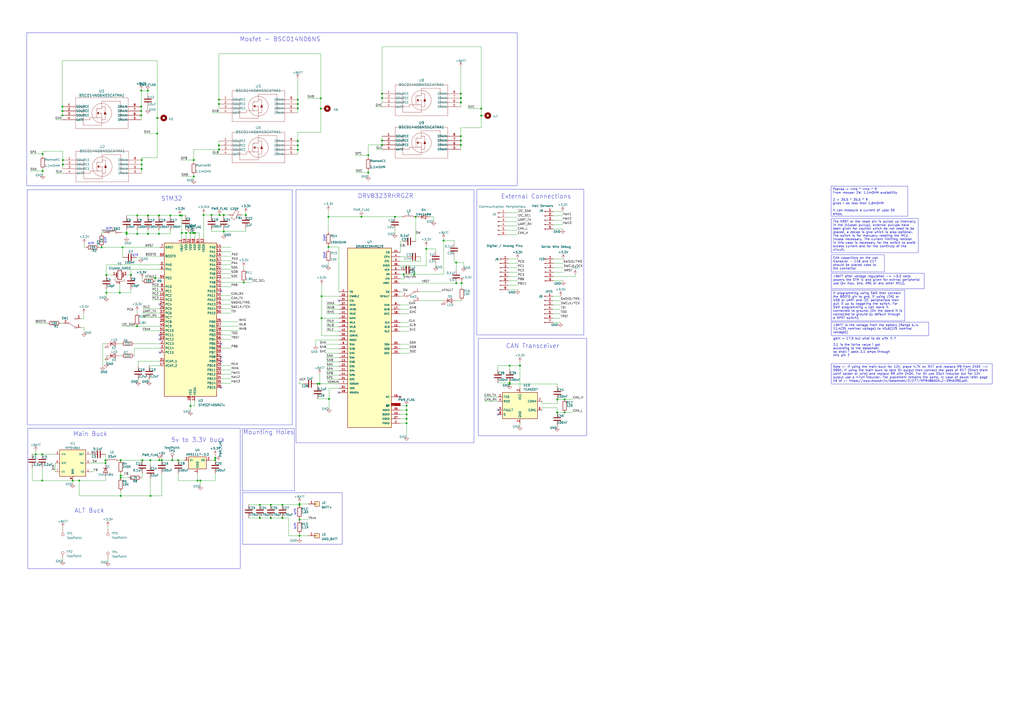
<source format=kicad_sch>
(kicad_sch (version 20230121) (generator eeschema)
  (paper "A2")
  (junction (at 235.839 245.491))
  (junction (at 36.449 92.837))
  (junction (at 79.629 124.968))
  (junction (at 172.72 57.785))
  (junction (at 61.722 159.512))
  (junction (at 61.214 268.605))
  (junction (at 92.202 124.968))
  (junction (at 87.249 266.954))
  (junction (at 122.682 124.714))
  (junction (at 234.188 159.131))
  (junction (at 92.202 135.636))
  (junction (at 129.794 134.239))
  (junction (at 129.794 124.714))
  (junction (at 85.725 52.578))
  (junction (at 267.335 81.534))
  (junction (at 69.977 266.954))
  (junction (at 267.335 54.356))
  (junction (at 90.043 161.29))
  (junction (at 112.014 135.128))
  (junction (at 267.335 78.994))
  (junction (at 79.629 135.636))
  (junction (at 209.677 125.73))
  (junction (at 279.146 67.056))
  (junction (at 221.615 84.074))
  (junction (at 91.186 77.47))
  (junction (at 127 84.328))
  (junction (at 235.839 240.411))
  (junction (at 295.656 222.758))
  (junction (at 186.055 57.023))
  (junction (at 127 86.741))
  (junction (at 81.915 52.578))
  (junction (at 267.843 164.211))
  (junction (at 20.701 263.525))
  (junction (at 186.563 184.531))
  (junction (at 69.977 275.844))
  (junction (at 301.625 212.09))
  (junction (at 36.195 66.929))
  (junction (at 213.614 100.076))
  (junction (at 186.055 62.992))
  (junction (at 221.615 81.534))
  (junction (at 241.173 125.73))
  (junction (at 24.511 278.765))
  (junction (at 185.42 222.631))
  (junction (at 69.977 277.114))
  (junction (at 221.615 56.896))
  (junction (at 172.72 86.868))
  (junction (at 107.95 135.128))
  (junction (at 323.215 239.268))
  (junction (at 150.749 300.482))
  (junction (at 163.83 292.862))
  (junction (at 157.099 300.482))
  (junction (at 85.852 135.636))
  (junction (at 98.806 124.968))
  (junction (at 93.853 266.954))
  (junction (at 127 57.785))
  (junction (at 190.881 231.394))
  (junction (at 327.533 231.648))
  (junction (at 36.449 95.377))
  (junction (at 110.49 235.458))
  (junction (at 36.195 61.849))
  (junction (at 127.381 124.714))
  (junction (at 295.656 212.09))
  (junction (at 172.72 81.788))
  (junction (at 105.41 124.968))
  (junction (at 69.977 287.655))
  (junction (at 82.169 95.377))
  (junction (at 295.656 222.123))
  (junction (at 81.915 61.849))
  (junction (at 235.839 242.951))
  (junction (at 141.351 163.83))
  (junction (at 82.55 266.954))
  (junction (at 87.249 287.655))
  (junction (at 172.72 84.328))
  (junction (at 173.736 292.862))
  (junction (at 36.195 64.389))
  (junction (at 114.554 278.765))
  (junction (at 124.841 265.684))
  (junction (at 24.765 99.187))
  (junction (at 172.72 62.865))
  (junction (at 235.839 235.331))
  (junction (at 172.72 60.325))
  (junction (at 267.335 59.436))
  (junction (at 105.41 135.128))
  (junction (at 103.378 266.954))
  (junction (at 112.395 92.837))
  (junction (at 124.841 266.954))
  (junction (at 186.563 171.831))
  (junction (at 247.269 144.399))
  (junction (at 267.335 84.074))
  (junction (at 73.406 135.636))
  (junction (at 323.342 231.775))
  (junction (at 142.621 124.714))
  (junction (at 240.284 159.131))
  (junction (at 116.205 278.765))
  (junction (at 92.456 266.954))
  (junction (at 213.614 90.043))
  (junction (at 79.502 189.23))
  (junction (at 45.974 278.765))
  (junction (at 267.335 56.896))
  (junction (at 61.722 169.799))
  (junction (at 110.49 135.128))
  (junction (at 69.469 169.799))
  (junction (at 113.03 135.128))
  (junction (at 118.11 124.714))
  (junction (at 229.108 125.73))
  (junction (at 173.736 310.769))
  (junction (at 173.736 292.354))
  (junction (at 99.949 266.954))
  (junction (at 279.146 62.992))
  (junction (at 127 60.325))
  (junction (at 82.169 97.917))
  (junction (at 221.615 54.356))
  (junction (at 71.12 143.51))
  (junction (at 81.915 64.389))
  (junction (at 163.83 300.482))
  (junction (at 235.839 237.871))
  (junction (at 81.915 66.929))
  (junction (at 104.394 124.968))
  (junction (at 112.395 102.362))
  (junction (at 157.099 292.862))
  (junction (at 82.169 92.837))
  (junction (at 190.5 143.256))
  (junction (at 24.765 89.281))
  (junction (at 264.668 152.273))
  (junction (at 264.668 164.211))
  (junction (at 150.749 292.862))
  (junction (at 91.186 68.453))
  (junction (at 24.511 263.525))
  (junction (at 42.164 278.765))
  (junction (at 190.5 125.73))
  (junction (at 58.928 143.51))
  (junction (at 75.946 159.512))
  (junction (at 85.852 124.968))
  (junction (at 173.736 301.371))
  (junction (at 61.214 266.954))
  (junction (at 73.406 134.874))
  (junction (at 327.533 239.268))
  (junction (at 257.302 139.573))
  (junction (at 184.277 222.631))
  (no_connect (at 196.596 227.711))
  (no_connect (at 92.71 196.85))
  (no_connect (at 196.596 174.371))
  (no_connect (at 288.925 237.871))
  (no_connect (at 92.71 194.31))
  (no_connect (at 288.925 240.411))
  (no_connect (at 128.27 224.79))
  (no_connect (at 92.71 176.53))
  (no_connect (at 92.71 204.47))
  (no_connect (at 232.156 230.251))
  (no_connect (at 128.27 199.39))
  (no_connect (at 128.27 207.01))
  (no_connect (at 128.27 168.91))
  (no_connect (at 128.27 209.55))
  (wire (pts (xy 320.802 176.911) (xy 325.247 176.911)))
  (wire (pts (xy 92.71 161.29) (xy 90.043 161.29)))
  (wire (pts (xy 128.27 214.63) (xy 133.985 214.63)))
  (wire (pts (xy 293.878 131.064) (xy 300.228 131.064)))
  (wire (pts (xy 61.722 159.512) (xy 61.722 160.02)))
  (wire (pts (xy 205.994 90.043) (xy 213.614 90.043)))
  (wire (pts (xy 234.188 159.131) (xy 240.284 159.131)))
  (wire (pts (xy 127.381 124.714) (xy 129.794 124.714)))
  (wire (pts (xy 267.335 81.534) (xy 267.335 84.074)))
  (wire (pts (xy 32.004 69.469) (xy 36.195 69.469)))
  (wire (pts (xy 79.629 125.73) (xy 79.629 124.968)))
  (wire (pts (xy 45.974 287.655) (xy 69.977 287.655)))
  (wire (pts (xy 92.71 168.91) (xy 88.138 168.91)))
  (wire (pts (xy 85.852 135.636) (xy 92.202 135.636)))
  (wire (pts (xy 221.615 54.356) (xy 221.615 56.896)))
  (wire (pts (xy 267.335 54.356) (xy 267.335 56.896)))
  (wire (pts (xy 36.449 323.977) (xy 36.449 325.12)))
  (wire (pts (xy 107.95 135.128) (xy 110.49 135.128)))
  (wire (pts (xy 167.386 310.769) (xy 173.736 310.769)))
  (wire (pts (xy 105.41 124.968) (xy 105.41 135.128)))
  (wire (pts (xy 267.843 164.211) (xy 267.843 166.624)))
  (wire (pts (xy 91.186 77.47) (xy 91.186 91.44)))
  (wire (pts (xy 267.843 174.371) (xy 267.843 174.244)))
  (wire (pts (xy 267.843 163.703) (xy 267.843 164.211)))
  (wire (pts (xy 127 60.325) (xy 127 57.785)))
  (wire (pts (xy 68.834 266.954) (xy 69.977 266.954)))
  (wire (pts (xy 252.73 144.399) (xy 247.269 144.399)))
  (wire (pts (xy 70.358 134.874) (xy 73.406 134.874)))
  (wire (pts (xy 320.929 122.682) (xy 326.39 122.682)))
  (wire (pts (xy 112.395 101.473) (xy 112.395 102.362)))
  (wire (pts (xy 62.611 305.181) (xy 62.611 306.705)))
  (wire (pts (xy 247.269 142.748) (xy 247.269 144.399)))
  (wire (pts (xy 93.853 266.065) (xy 93.853 266.954)))
  (wire (pts (xy 183.134 197.231) (xy 183.134 200.279)))
  (wire (pts (xy 69.977 275.844) (xy 72.009 275.844)))
  (wire (pts (xy 82.677 179.07) (xy 92.71 179.07)))
  (wire (pts (xy 107.95 138.43) (xy 107.95 135.128)))
  (wire (pts (xy 92.202 135.636) (xy 98.806 135.636)))
  (wire (pts (xy 295.021 152.781) (xy 300.228 152.781)))
  (wire (pts (xy 127 57.785) (xy 127 31.242)))
  (wire (pts (xy 81.915 51.943) (xy 81.915 52.578)))
  (wire (pts (xy 36.195 35.306) (xy 36.195 61.849)))
  (wire (pts (xy 61.214 266.954) (xy 61.214 263.525)))
  (wire (pts (xy 235.839 242.951) (xy 235.839 245.491)))
  (wire (pts (xy 189.484 187.071) (xy 196.596 187.071)))
  (wire (pts (xy 213.614 98.933) (xy 213.614 100.076)))
  (wire (pts (xy 73.406 135.636) (xy 73.406 137.541)))
  (wire (pts (xy 221.615 84.074) (xy 213.614 84.074)))
  (wire (pts (xy 69.977 266.954) (xy 82.55 266.954)))
  (wire (pts (xy 323.342 224.155) (xy 323.342 222.758)))
  (wire (pts (xy 295.021 157.861) (xy 300.228 157.861)))
  (wire (pts (xy 79.121 149.352) (xy 81.534 149.352)))
  (wire (pts (xy 173.736 291.592) (xy 173.736 292.354)))
  (wire (pts (xy 92.71 156.21) (xy 75.946 156.21)))
  (wire (pts (xy 232.156 161.671) (xy 234.188 161.671)))
  (wire (pts (xy 20.447 187.452) (xy 27.686 187.452)))
  (wire (pts (xy 112.014 135.128) (xy 113.03 135.128)))
  (wire (pts (xy 221.615 56.896) (xy 221.615 59.436)))
  (wire (pts (xy 79.502 180.34) (xy 79.502 181.61)))
  (wire (pts (xy 235.839 237.871) (xy 235.839 240.411)))
  (wire (pts (xy 263.398 139.573) (xy 257.302 139.573)))
  (wire (pts (xy 81.534 149.352) (xy 81.534 149.606)))
  (wire (pts (xy 232.156 164.211) (xy 264.668 164.211)))
  (wire (pts (xy 77.978 201.93) (xy 77.978 206.375)))
  (wire (pts (xy 24.765 87.757) (xy 24.765 89.281)))
  (wire (pts (xy 24.511 271.145) (xy 24.511 278.765)))
  (wire (pts (xy 229.108 133.477) (xy 229.108 135.382)))
  (wire (pts (xy 196.596 194.691) (xy 186.563 194.691)))
  (wire (pts (xy 82.169 95.377) (xy 82.169 97.917)))
  (wire (pts (xy 103.378 278.765) (xy 114.554 278.765)))
  (wire (pts (xy 232.156 202.311) (xy 237.49 202.311)))
  (wire (pts (xy 240.284 159.131) (xy 257.302 159.131)))
  (wire (pts (xy 32.385 100.457) (xy 36.449 100.457)))
  (wire (pts (xy 128.27 219.71) (xy 133.985 219.71)))
  (wire (pts (xy 122.174 266.954) (xy 124.841 266.954)))
  (wire (pts (xy 314.325 236.601) (xy 323.215 236.601)))
  (wire (pts (xy 18.669 271.145) (xy 18.669 278.765)))
  (wire (pts (xy 35.306 187.452) (xy 36.703 187.452)))
  (wire (pts (xy 279.146 67.056) (xy 279.146 74.168)))
  (wire (pts (xy 128.27 148.59) (xy 134.239 148.59)))
  (wire (pts (xy 295.021 160.401) (xy 300.228 160.401)))
  (wire (pts (xy 112.395 102.362) (xy 112.395 104.14)))
  (wire (pts (xy 232.156 235.331) (xy 235.839 235.331)))
  (wire (pts (xy 213.614 84.074) (xy 213.614 90.043)))
  (wire (pts (xy 267.335 74.168) (xy 267.335 78.994)))
  (wire (pts (xy 232.156 169.291) (xy 233.68 169.291)))
  (wire (pts (xy 87.249 287.655) (xy 93.853 287.655)))
  (wire (pts (xy 85.852 125.73) (xy 85.852 124.968)))
  (wire (pts (xy 243.459 174.371) (xy 257.048 174.371)))
  (wire (pts (xy 92.71 201.93) (xy 77.978 201.93)))
  (wire (pts (xy 241.173 125.73) (xy 241.173 140.081)))
  (wire (pts (xy 59.563 199.39) (xy 59.563 212.217)))
  (wire (pts (xy 190.5 125.73) (xy 190.5 134.747)))
  (wire (pts (xy 71.12 149.352) (xy 71.12 143.51)))
  (wire (pts (xy 232.156 189.611) (xy 237.49 189.611)))
  (wire (pts (xy 218.186 86.614) (xy 221.615 86.614)))
  (wire (pts (xy 221.615 81.534) (xy 221.615 84.074)))
  (wire (pts (xy 114.554 278.765) (xy 116.205 278.765)))
  (wire (pts (xy 81.915 52.578) (xy 81.915 61.849)))
  (wire (pts (xy 115.57 135.128) (xy 115.57 138.43)))
  (wire (pts (xy 267.335 78.994) (xy 267.335 81.534)))
  (wire (pts (xy 98.806 124.968) (xy 104.394 124.968)))
  (wire (pts (xy 279.146 27.178) (xy 279.146 62.992)))
  (wire (pts (xy 36.449 95.377) (xy 36.449 92.837)))
  (wire (pts (xy 186.563 171.831) (xy 186.563 184.531)))
  (wire (pts (xy 83.439 77.47) (xy 91.186 77.47)))
  (wire (pts (xy 46.863 184.912) (xy 48.641 184.912)))
  (wire (pts (xy 82.55 266.954) (xy 87.249 266.954)))
  (wire (pts (xy 295.021 150.241) (xy 300.228 150.241)))
  (wire (pts (xy 221.615 78.994) (xy 221.615 81.534)))
  (wire (pts (xy 69.977 275.844) (xy 69.977 277.114)))
  (wire (pts (xy 128.27 173.99) (xy 133.985 173.99)))
  (wire (pts (xy 128.27 151.13) (xy 134.239 151.13)))
  (wire (pts (xy 92.71 173.99) (xy 88.138 173.99)))
  (wire (pts (xy 189.357 181.991) (xy 196.596 181.991)))
  (wire (pts (xy 172.72 81.788) (xy 172.72 84.328)))
  (wire (pts (xy 104.775 92.837) (xy 112.395 92.837)))
  (wire (pts (xy 118.11 124.714) (xy 118.11 123.952)))
  (wire (pts (xy 232.156 140.081) (xy 233.553 140.081)))
  (wire (pts (xy 172.72 45.593) (xy 172.72 57.785)))
  (wire (pts (xy 172.72 57.785) (xy 172.72 60.325)))
  (wire (pts (xy 209.677 125.73) (xy 190.5 125.73)))
  (wire (pts (xy 320.929 125.222) (xy 326.39 125.222)))
  (wire (pts (xy 140.208 124.714) (xy 142.621 124.714)))
  (wire (pts (xy 118.11 138.43) (xy 118.11 124.714)))
  (wire (pts (xy 241.173 125.73) (xy 241.935 125.73)))
  (wire (pts (xy 81.915 61.849) (xy 81.915 64.389)))
  (wire (pts (xy 92.71 184.15) (xy 82.677 184.15)))
  (wire (pts (xy 45.974 287.655) (xy 45.974 278.765)))
  (wire (pts (xy 65.659 159.512) (xy 61.722 159.512)))
  (wire (pts (xy 48.768 189.992) (xy 48.768 192.659)))
  (wire (pts (xy 190.5 143.256) (xy 190.5 144.653)))
  (wire (pts (xy 321.056 150.241) (xy 326.771 150.241)))
  (wire (pts (xy 234.188 161.671) (xy 234.188 159.131)))
  (wire (pts (xy 128.27 153.67) (xy 134.112 153.67)))
  (wire (pts (xy 232.156 154.051) (xy 247.269 154.051)))
  (wire (pts (xy 176.022 222.631) (xy 173.482 222.631)))
  (wire (pts (xy 189.357 207.391) (xy 196.596 207.391)))
  (wire (pts (xy 36.449 92.837) (xy 36.449 87.757)))
  (wire (pts (xy 268.986 152.273) (xy 268.986 154.813)))
  (wire (pts (xy 79.502 189.23) (xy 92.71 189.23)))
  (wire (pts (xy 85.725 62.103) (xy 85.725 63.119)))
  (wire (pts (xy 190.5 142.367) (xy 190.5 143.256)))
  (wire (pts (xy 61.722 169.799) (xy 69.469 169.799)))
  (wire (pts (xy 62.611 324.231) (xy 62.611 325.755)))
  (wire (pts (xy 124.841 265.684) (xy 124.841 264.033)))
  (wire (pts (xy 142.621 123.444) (xy 142.621 124.714)))
  (wire (pts (xy 280.797 230.251) (xy 288.925 230.251)))
  (wire (pts (xy 123.19 89.408) (xy 127 89.408)))
  (wire (pts (xy 92.456 266.954) (xy 93.853 266.954)))
  (wire (pts (xy 71.501 149.352) (xy 71.12 149.352)))
  (wire (pts (xy 142.621 134.239) (xy 129.794 134.239)))
  (wire (pts (xy 280.924 232.791) (xy 288.925 232.791)))
  (wire (pts (xy 293.878 136.144) (xy 300.228 136.144)))
  (wire (pts (xy 196.596 143.256) (xy 190.5 143.256)))
  (wire (pts (xy 295.656 222.758) (xy 295.656 223.139)))
  (wire (pts (xy 112.395 92.837) (xy 112.395 93.853)))
  (wire (pts (xy 129.794 124.714) (xy 129.794 125.476)))
  (wire (pts (xy 124.841 266.954) (xy 124.841 265.684)))
  (wire (pts (xy 173.736 292.354) (xy 173.736 292.862)))
  (wire (pts (xy 240.284 156.591) (xy 240.284 159.131)))
  (wire (pts (xy 157.099 292.862) (xy 163.83 292.862)))
  (wire (pts (xy 243.967 151.511) (xy 243.967 148.971)))
  (wire (pts (xy 32.004 268.605) (xy 32.004 273.685)))
  (wire (pts (xy 279.146 74.168) (xy 267.335 74.168)))
  (wire (pts (xy 232.156 237.871) (xy 235.839 237.871)))
  (wire (pts (xy 86.487 212.471) (xy 86.487 212.09)))
  (wire (pts (xy 17.526 99.187) (xy 24.765 99.187)))
  (wire (pts (xy 84.328 148.59) (xy 92.71 148.59)))
  (wire (pts (xy 85.852 133.35) (xy 85.852 135.636)))
  (wire (pts (xy 295.021 155.321) (xy 300.228 155.321)))
  (wire (pts (xy 105.41 138.43) (xy 105.41 135.128)))
  (wire (pts (xy 82.423 161.417) (xy 82.423 163.068)))
  (wire (pts (xy 232.156 156.591) (xy 232.664 156.591)))
  (wire (pts (xy 98.806 125.73) (xy 98.806 124.968)))
  (wire (pts (xy 189.357 215.011) (xy 196.596 215.011)))
  (wire (pts (xy 112.395 86.741) (xy 112.395 92.837)))
  (wire (pts (xy 190.881 225.171) (xy 190.881 231.394)))
  (wire (pts (xy 288.798 212.09) (xy 295.656 212.09)))
  (wire (pts (xy 150.749 292.862) (xy 157.099 292.862)))
  (wire (pts (xy 122.936 65.405) (xy 127 65.405)))
  (wire (pts (xy 71.12 143.51) (xy 92.71 143.51)))
  (wire (pts (xy 69.977 277.114) (xy 69.977 277.241)))
  (wire (pts (xy 295.021 168.021) (xy 300.228 168.021)))
  (wire (pts (xy 90.043 161.29) (xy 90.043 163.068)))
  (wire (pts (xy 186.563 194.691) (xy 186.563 184.531)))
  (wire (pts (xy 189.357 217.551) (xy 196.596 217.551)))
  (wire (pts (xy 293.878 128.524) (xy 300.228 128.524)))
  (wire (pts (xy 295.021 165.481) (xy 300.228 165.481)))
  (wire (pts (xy 232.156 159.131) (xy 234.188 159.131)))
  (wire (pts (xy 61.214 268.605) (xy 61.214 266.954)))
  (wire (pts (xy 128.27 179.07) (xy 133.985 179.07)))
  (wire (pts (xy 141.351 163.83) (xy 146.177 163.83)))
  (wire (pts (xy 128.27 163.83) (xy 141.351 163.83)))
  (wire (pts (xy 247.269 144.399) (xy 247.269 154.051)))
  (wire (pts (xy 172.72 62.865) (xy 172.72 65.405)))
  (wire (pts (xy 92.71 171.45) (xy 88.138 171.45)))
  (wire (pts (xy 45.974 278.765) (xy 42.164 278.765)))
  (wire (pts (xy 82.169 91.44) (xy 82.169 92.837)))
  (wire (pts (xy 233.299 125.73) (xy 229.108 125.73)))
  (wire (pts (xy 264.668 152.273) (xy 268.986 152.273)))
  (wire (pts (xy 173.482 221.234) (xy 173.482 222.631)))
  (wire (pts (xy 189.484 176.911) (xy 196.596 176.911)))
  (wire (pts (xy 320.802 171.831) (xy 325.247 171.831)))
  (wire (pts (xy 92.202 133.35) (xy 92.202 135.636)))
  (wire (pts (xy 86.487 220.091) (xy 86.487 220.98)))
  (wire (pts (xy 69.342 199.39) (xy 70.231 199.39)))
  (wire (pts (xy 323.215 239.268) (xy 327.533 239.268)))
  (wire (pts (xy 232.156 245.491) (xy 235.839 245.491)))
  (wire (pts (xy 69.469 164.592) (xy 69.469 169.799)))
  (wire (pts (xy 288.798 222.123) (xy 295.656 222.123)))
  (wire (pts (xy 85.725 54.483) (xy 85.725 52.578)))
  (wire (pts (xy 128.27 166.37) (xy 134.112 166.37)))
  (wire (pts (xy 110.49 235.458) (xy 113.03 235.458)))
  (wire (pts (xy 189.357 220.091) (xy 196.596 220.091)))
  (wire (pts (xy 221.615 27.178) (xy 279.146 27.178)))
  (wire (pts (xy 107.823 132.588) (xy 107.823 133.35)))
  (wire (pts (xy 61.722 169.799) (xy 61.722 172.212)))
  (wire (pts (xy 186.055 31.242) (xy 186.055 57.023)))
  (wire (pts (xy 81.915 66.929) (xy 81.915 69.469)))
  (wire (pts (xy 257.302 138.43) (xy 257.302 139.573)))
  (wire (pts (xy 82.169 97.917) (xy 82.169 100.457)))
  (wire (pts (xy 110.49 232.41) (xy 110.49 235.458)))
  (wire (pts (xy 52.324 273.685) (xy 54.229 273.685)))
  (wire (pts (xy 232.156 151.511) (xy 243.967 151.511)))
  (wire (pts (xy 172.72 76.708) (xy 172.72 81.788)))
  (wire (pts (xy 321.056 157.861) (xy 327.025 157.861)))
  (wire (pts (xy 293.878 123.444) (xy 300.228 123.444)))
  (wire (pts (xy 320.802 187.071) (xy 325.12 187.071)))
  (wire (pts (xy 301.625 212.09) (xy 301.625 225.171)))
  (wire (pts (xy 263.398 140.97) (xy 263.398 139.573)))
  (wire (pts (xy 263.398 148.59) (xy 263.398 152.273)))
  (wire (pts (xy 251.587 125.73) (xy 251.587 128.143)))
  (wire (pts (xy 217.805 61.976) (xy 221.615 61.976)))
  (wire (pts (xy 232.156 187.071) (xy 237.109 187.071)))
  (wire (pts (xy 61.722 206.375) (xy 61.722 210.566)))
  (wire (pts (xy 295.021 162.941) (xy 300.228 162.941)))
  (wire (pts (xy 173.736 310.769) (xy 173.736 312.166)))
  (wire (pts (xy 279.146 62.992) (xy 271.399 62.992)))
  (wire (pts (xy 69.469 169.799) (xy 75.946 169.799)))
  (wire (pts (xy 184.277 222.631) (xy 184.277 223.774)))
  (wire (pts (xy 87.249 266.954) (xy 92.456 266.954)))
  (wire (pts (xy 264.668 156.591) (xy 264.668 152.273)))
  (wire (pts (xy 189.23 199.771) (xy 196.596 199.771)))
  (wire (pts (xy 103.378 278.765) (xy 103.378 274.574)))
  (wire (pts (xy 293.878 133.604) (xy 300.228 133.604)))
  (wire (pts (xy 293.878 125.984) (xy 300.228 125.984)))
  (wire (pts (xy 32.004 263.525) (xy 24.511 263.525)))
  (wire (pts (xy 92.71 153.67) (xy 61.722 153.67)))
  (wire (pts (xy 185.42 222.631) (xy 196.596 222.631)))
  (wire (pts (xy 113.03 235.458) (xy 113.03 232.41)))
  (wire (pts (xy 127 81.788) (xy 127 84.328)))
  (wire (pts (xy 232.156 240.411) (xy 235.839 240.411)))
  (wire (pts (xy 128.27 196.85) (xy 134.112 196.85)))
  (wire (pts (xy 91.186 35.306) (xy 91.186 68.453)))
  (wire (pts (xy 232.156 181.991) (xy 237.49 181.991)))
  (wire (pts (xy 190.5 152.273) (xy 190.5 154.051)))
  (wire (pts (xy 320.929 132.842) (xy 326.39 132.842)))
  (wire (pts (xy 232.156 192.151) (xy 237.49 192.151)))
  (wire (pts (xy 213.614 100.076) (xy 213.614 101.981)))
  (wire (pts (xy 127 31.242) (xy 186.055 31.242)))
  (wire (pts (xy 70.612 189.23) (xy 79.502 189.23)))
  (wire (pts (xy 122.682 134.239) (xy 129.794 134.239)))
  (wire (pts (xy 118.11 124.714) (xy 122.682 124.714)))
  (wire (pts (xy 128.27 181.61) (xy 133.985 181.61)))
  (wire (pts (xy 295.656 214.503) (xy 295.656 212.09)))
  (wire (pts (xy 172.72 86.868) (xy 172.72 89.408)))
  (wire (pts (xy 213.614 90.043) (xy 213.614 91.313)))
  (wire (pts (xy 241.173 125.73) (xy 240.919 125.73)))
  (wire (pts (xy 105.41 135.128) (xy 107.95 135.128)))
  (wire (pts (xy 128.27 212.09) (xy 133.858 212.09)))
  (wire (pts (xy 73.406 134.874) (xy 73.406 135.636)))
  (wire (pts (xy 183.642 222.631) (xy 184.277 222.631)))
  (wire (pts (xy 128.27 186.69) (xy 138.303 186.69)))
  (wire (pts (xy 144.272 292.862) (xy 150.749 292.862)))
  (wire (pts (xy 60.198 134.874) (xy 58.928 134.874)))
  (wire (pts (xy 235.839 240.411) (xy 235.839 242.951)))
  (wire (pts (xy 196.596 169.291) (xy 196.596 143.256)))
  (wire (pts (xy 124.841 274.574) (xy 124.841 278.765)))
  (wire (pts (xy 320.929 130.302) (xy 326.39 130.302)))
  (wire (pts (xy 320.802 179.451) (xy 325.247 179.451)))
  (wire (pts (xy 173.736 292.354) (xy 178.816 292.354)))
  (wire (pts (xy 79.629 124.968) (xy 85.852 124.968)))
  (wire (pts (xy 69.977 284.861) (xy 69.977 287.655)))
  (wire (pts (xy 48.641 181.737) (xy 48.641 184.912)))
  (wire (pts (xy 52.324 268.605) (xy 61.214 268.605)))
  (wire (pts (xy 82.55 277.114) (xy 82.042 277.114)))
  (wire (pts (xy 264.668 164.211) (xy 267.843 164.211)))
  (wire (pts (xy 314.325 237.871) (xy 314.325 236.601)))
  (wire (pts (xy 92.71 181.61) (xy 82.677 181.61)))
  (wire (pts (xy 116.205 278.765) (xy 124.841 278.765)))
  (wire (pts (xy 128.27 194.31) (xy 134.112 194.31)))
  (wire (pts (xy 321.056 162.941) (xy 326.771 162.941)))
  (wire (pts (xy 113.03 135.128) (xy 115.57 135.128)))
  (wire (pts (xy 144.272 300.482) (xy 150.749 300.482)))
  (wire (pts (xy 172.72 84.328) (xy 172.72 86.868)))
  (wire (pts (xy 69.977 287.655) (xy 87.249 287.655)))
  (wire (pts (xy 173.736 309.626) (xy 173.736 310.769)))
  (wire (pts (xy 301.625 210.058) (xy 301.625 212.09)))
  (wire (pts (xy 163.83 300.482) (xy 167.386 300.482)))
  (wire (pts (xy 301.625 245.491) (xy 301.625 247.015)))
  (wire (pts (xy 58.928 134.874) (xy 58.928 135.636)))
  (wire (pts (xy 127 62.865) (xy 127 60.325)))
  (wire (pts (xy 190.881 231.394) (xy 190.881 236.728)))
  (wire (pts (xy 82.169 92.837) (xy 82.169 95.377)))
  (wire (pts (xy 263.398 152.273) (xy 264.668 152.273)))
  (wire (pts (xy 128.27 171.45) (xy 133.985 171.45)))
  (wire (pts (xy 129.794 134.239) (xy 129.794 135.89)))
  (wire (pts (xy 189.357 212.471) (xy 196.596 212.471)))
  (wire (pts (xy 235.839 245.491) (xy 235.839 252.984)))
  (wire (pts (xy 327.533 231.648) (xy 332.232 231.648)))
  (wire (pts (xy 122.682 133.096) (xy 122.682 134.239)))
  (wire (pts (xy 157.099 300.482) (xy 163.83 300.482)))
  (wire (pts (xy 229.108 125.73) (xy 209.677 125.73)))
  (wire (pts (xy 52.324 263.525) (xy 53.594 263.525)))
  (wire (pts (xy 92.71 209.55) (xy 80.137 209.55)))
  (wire (pts (xy 141.351 163.703) (xy 141.351 163.83)))
  (wire (pts (xy 73.406 135.636) (xy 79.629 135.636)))
  (wire (pts (xy 327.533 239.268) (xy 332.232 239.268)))
  (wire (pts (xy 92.71 191.77) (xy 82.677 191.77)))
  (wire (pts (xy 186.055 57.023) (xy 186.055 62.992)))
  (wire (pts (xy 36.195 66.929) (xy 36.195 67.056)))
  (wire (pts (xy 24.765 99.187) (xy 24.765 101.219)))
  (wire (pts (xy 128.27 189.23) (xy 138.303 189.23)))
  (wire (pts (xy 75.946 167.513) (xy 75.946 169.799)))
  (wire (pts (xy 61.214 278.765) (xy 45.974 278.765)))
  (wire (pts (xy 333.756 159.385) (xy 333.756 160.401)))
  (wire (pts (xy 267.335 38.735) (xy 267.335 54.356)))
  (wire (pts (xy 91.186 68.453) (xy 91.186 77.47)))
  (wire (pts (xy 323.342 234.061) (xy 323.342 231.775)))
  (wire (pts (xy 93.853 274.574) (xy 93.853 287.655)))
  (wire (pts (xy 103.378 266.954) (xy 106.934 266.954)))
  (wire (pts (xy 163.83 292.862) (xy 173.736 292.862)))
  (wire (pts (xy 105.41 124.968) (xy 107.823 124.968)))
  (wire (pts (xy 321.056 152.781) (xy 326.771 152.781)))
  (wire (pts (xy 128.27 156.21) (xy 133.985 156.21)))
  (wire (pts (xy 232.156 242.951) (xy 235.839 242.951)))
  (wire (pts (xy 314.325 234.061) (xy 323.342 234.061)))
  (wire (pts (xy 61.214 276.733) (xy 61.214 278.765)))
  (wire (pts (xy 110.49 138.43) (xy 110.49 135.128)))
  (wire (pts (xy 132.588 124.714) (xy 129.794 124.714)))
  (wire (pts (xy 24.511 263.525) (xy 20.701 263.525)))
  (wire (pts (xy 128.27 201.93) (xy 134.112 201.93)))
  (wire (pts (xy 127 86.741) (xy 112.395 86.741)))
  (wire (pts (xy 80.137 220.091) (xy 80.137 220.98)))
  (wire (pts (xy 185.42 216.916) (xy 185.42 222.631)))
  (wire (pts (xy 173.736 301.371) (xy 178.816 301.371)))
  (wire (pts (xy 264.668 174.371) (xy 267.843 174.371)))
  (wire (pts (xy 142.621 132.334) (xy 142.621 134.239)))
  (wire (pts (xy 88.138 166.37) (xy 92.71 166.37)))
  (wire (pts (xy 104.394 124.968) (xy 105.41 124.968)))
  (wire (pts (xy 295.656 222.123) (xy 295.656 222.758)))
  (wire (pts (xy 173.736 300.863) (xy 173.736 301.371)))
  (wire (pts (xy 61.214 268.605) (xy 61.214 269.113)))
  (wire (pts (xy 36.195 35.306) (xy 91.186 35.306)))
  (wire (pts (xy 128.27 143.51) (xy 133.985 143.51)))
  (wire (pts (xy 69.977 277.114) (xy 74.422 277.114)))
  (wire (pts (xy 49.911 143.51) (xy 48.895 143.51)))
  (wire (pts (xy 61.722 167.64) (xy 61.722 169.799)))
  (wire (pts (xy 236.347 148.971) (xy 232.156 148.971)))
  (wire (pts (xy 128.27 176.53) (xy 133.985 176.53)))
  (wire (pts (xy 18.669 278.765) (xy 24.511 278.765)))
  (wire (pts (xy 82.55 274.574) (xy 82.55 277.114)))
  (wire (pts (xy 98.806 133.35) (xy 98.806 135.636)))
  (wire (pts (xy 24.511 278.765) (xy 42.164 278.765)))
  (wire (pts (xy 24.765 98.171) (xy 24.765 99.187)))
  (wire (pts (xy 42.164 278.765) (xy 42.164 280.416)))
  (wire (pts (xy 141.351 154.813) (xy 141.351 156.083)))
  (wire (pts (xy 36.195 61.849) (xy 36.195 64.389)))
  (wire (pts (xy 323.342 222.758) (xy 295.656 222.758)))
  (wire (pts (xy 128.27 146.05) (xy 133.985 146.05)))
  (wire (pts (xy 75.946 159.512) (xy 75.946 159.893)))
  (wire (pts (xy 80.137 209.55) (xy 80.137 212.471)))
  (wire (pts (xy 36.449 305.943) (xy 36.449 306.832)))
  (wire (pts (xy 173.736 310.769) (xy 178.816 310.769)))
  (wire (pts (xy 129.794 134.239) (xy 129.794 133.096)))
  (wire (pts (xy 172.72 60.325) (xy 172.72 62.865)))
  (wire (pts (xy 321.056 160.401) (xy 333.756 160.401)))
  (wire (pts (xy 87.249 269.875) (xy 87.249 266.954)))
  (wire (pts (xy 58.928 143.256) (xy 58.928 143.51)))
  (wire (pts (xy 81.915 64.389) (xy 81.915 66.929)))
  (wire (pts (xy 18.669 263.525) (xy 20.701 263.525)))
  (wire (pts (xy 90.043 161.29) (xy 84.074 161.29)))
  (wire (pts (xy 184.277 222.631) (xy 185.42 222.631)))
  (wire (pts (xy 128.27 161.29) (xy 133.985 161.29)))
  (wire (pts (xy 24.765 87.757) (xy 36.449 87.757)))
  (wire (pts (xy 79.629 133.35) (xy 79.629 135.636)))
  (wire (pts (xy 36.449 97.917) (xy 36.449 95.377)))
  (wire (pts (xy 320.802 181.991) (xy 325.12 181.991)))
  (wire (pts (xy 75.946 156.21) (xy 75.946 159.512)))
  (wire (pts (xy 58.928 143.51) (xy 71.12 143.51)))
  (wire (pts (xy 189.357 179.451) (xy 196.596 179.451)))
  (wire (pts (xy 186.055 62.992) (xy 186.055 76.708)))
  (wire (pts (xy 61.722 153.67) (xy 61.722 159.512)))
  (wire (pts (xy 105.156 102.362) (xy 112.395 102.362)))
  (wire (pts (xy 252.73 145.669) (xy 252.73 144.399)))
  (wire (pts (xy 235.839 235.331) (xy 235.839 237.871)))
  (wire (pts (xy 91.186 91.44) (xy 82.169 91.44)))
  (wire (pts (xy 173.736 301.371) (xy 173.736 302.006)))
  (wire (pts (xy 69.342 206.375) (xy 70.358 206.375)))
  (wire (pts (xy 46.863 189.992) (xy 48.768 189.992)))
  (wire (pts (xy 323.342 231.648) (xy 327.533 231.648)))
  (wire (pts (xy 232.156 171.831) (xy 233.299 171.831)))
  (wire (pts (xy 99.949 266.954) (xy 103.378 266.954)))
  (wire (pts (xy 196.596 171.831) (xy 186.563 171.831)))
  (wire (pts (xy 267.335 56.896) (xy 267.335 59.436)))
  (wire (pts (xy 128.27 222.25) (xy 134.112 222.25)))
  (wire (pts (xy 20.701 261.62) (xy 20.701 263.525)))
  (wire (pts (xy 110.49 135.128) (xy 112.014 135.128)))
  (wire (pts (xy 320.929 127.762) (xy 326.39 127.762)))
  (wire (pts (xy 57.531 143.51) (xy 58.928 143.51)))
  (wire (pts (xy 288.798 214.503) (xy 288.798 212.09)))
  (wire (pts (xy 196.596 184.531) (xy 186.563 184.531)))
  (wire (pts (xy 186.055 76.708) (xy 172.72 76.708)))
  (wire (pts (xy 321.056 155.321) (xy 326.898 155.321)))
  (wire (pts (xy 267.335 84.074) (xy 267.335 86.614)))
  (wire (pts (xy 252.73 153.289) (xy 252.73 154.432)))
  (wire (pts (xy 189.357 204.851) (xy 196.596 204.851)))
  (wire (pts (xy 267.335 59.436) (xy 267.335 61.976)))
  (wire (pts (xy 229.108 125.73) (xy 229.108 125.857)))
  (wire (pts (xy 320.802 174.371) (xy 325.247 174.371)))
  (wire (pts (xy 249.555 125.73) (xy 251.587 125.73)))
  (wire (pts (xy 77.851 199.39) (xy 92.71 199.39)))
  (wire (pts (xy 24.765 89.281) (xy 24.765 90.551)))
  (wire (pts (xy 113.03 138.43) (xy 113.03 135.128)))
  (wire (pts (xy 196.596 225.171) (xy 190.881 225.171)))
  (wire (pts (xy 323.215 246.888) (xy 323.215 247.777)))
  (wire (pts (xy 150.749 300.482) (xy 157.099 300.482)))
  (wire (pts (xy 85.852 124.968) (xy 92.202 124.968)))
  (wire (pts (xy 73.279 159.512) (xy 75.946 159.512)))
  (wire (pts (xy 189.357 202.311) (xy 196.596 202.311)))
  (wire (pts (xy 323.215 236.601) (xy 323.215 239.268)))
  (wire (pts (xy 127 86.741) (xy 127 86.868)))
  (wire (pts (xy 295.656 212.09) (xy 301.625 212.09)))
  (wire (pts (xy 232.156 199.771) (xy 237.49 199.771)))
  (wire (pts (xy 189.357 209.931) (xy 196.596 209.931)))
  (wire (pts (xy 184.277 231.394) (xy 190.881 231.394)))
  (wire (pts (xy 196.596 197.231) (xy 183.134 197.231)))
  (wire (pts (xy 128.27 191.77) (xy 138.303 191.77)))
  (wire (pts (xy 167.386 300.482) (xy 167.386 310.769)))
  (wire (pts (xy 116.205 278.765) (xy 116.205 281.686)))
  (wire (pts (xy 232.156 204.851) (xy 237.617 204.851)))
  (wire (pts (xy 17.399 89.281) (xy 24.765 89.281)))
  (wire (pts (xy 189.357 189.611) (xy 196.596 189.611)))
  (wire (pts (xy 110.49 235.458) (xy 110.49 238.379)))
  (wire (pts (xy 323.342 231.775) (xy 323.342 231.648)))
  (wire (pts (xy 61.722 199.39) (xy 59.563 199.39)))
  (wire (pts (xy 73.406 124.968) (xy 79.629 124.968)))
  (wire (pts (xy 87.249 277.495) (xy 87.249 287.655)))
  (wire (pts (xy 232.156 179.451) (xy 237.49 179.451)))
  (wire (pts (xy 221.615 27.178) (xy 221.615 54.356)))
  (wire (pts (xy 114.554 274.574) (xy 114.554 278.765)))
  (wire (pts (xy 127 84.328) (xy 127 86.741)))
  (wire (pts (xy 232.156 140.081) (xy 232.156 146.431)))
  (wire (pts (xy 79.629 135.636) (xy 85.852 135.636)))
  (wire (pts (xy 232.156 176.911) (xy 237.109 176.911)))
  (wire (pts (xy 186.563 164.973) (xy 186.563 171.831)))
  (wire (pts (xy 122.682 124.714) (xy 127.381 124.714)))
  (wire (pts (xy 279.146 62.992) (xy 279.146 67.056)))
  (wire (pts (xy 122.682 125.476) (xy 122.682 124.714)))
  (wire (pts (xy 173.736 292.862) (xy 173.736 293.243)))
  (wire (pts (xy 48.895 141.224) (xy 48.895 143.51)))
  (wire (pts (xy 36.195 64.389) (xy 36.195 66.929)))
  (wire (pts (xy 92.202 125.73) (xy 92.202 124.968)))
  (wire (pts (xy 206.375 100.076) (xy 213.614 100.076)))
  (wire (pts (xy 128.27 217.17) (xy 134.112 217.17)))
  (wire (pts (xy 128.27 158.75) (xy 133.985 158.75)))
  (wire (pts (xy 189.357 192.151) (xy 196.596 192.151)))
  (wire (pts (xy 86.487 212.09) (xy 92.71 212.09)))
  (wire (pts (xy 243.459 169.291) (xy 256.032 169.291)))
  (wire (pts (xy 257.302 139.573) (xy 257.302 159.131)))
  (wire (pts (xy 92.202 124.968) (xy 98.806 124.968)))
  (wire (pts (xy 93.853 266.954) (xy 99.949 266.954)))
  (wire (pts (xy 73.406 133.223) (xy 73.406 134.874)))
  (wire (pts (xy 73.406 125.603) (xy 73.406 124.968)))
  (wire (pts (xy 85.725 52.578) (xy 81.915 52.578)))
  (wire (pts (xy 186.055 57.023) (xy 178.308 57.023)))
  (wire (pts (xy 190.5 122.174) (xy 190.5 125.73)))
  (wire (pts (xy 320.802 184.531) (xy 325.12 184.531)))
  (wire (pts (xy 314.325 232.791) (xy 314.325 234.061)))
  (wire (pts (xy 69.977 274.574) (xy 69.977 275.844)))
  (rectangle (start 276.606 109.855) (end 338.709 194.31))
  (rectangle (start 140.716 285.75) (end 198.501 315.722))
  (rectangle (start 277.495 196.342) (end 340.36 252.73))
  (rectangle (start 140.462 248.666) (end 170.815 284.734))
  (rectangle (start 15.494 18.923) (end 299.974 107.823))
  (rectangle (start 171.704 109.982) (end 274.955 256.794))
  (rectangle (start 15.875 109.982) (end 169.545 246.507))
  (rectangle (start 16.129 248.412) (end 139.319 329.819))
  (text_box "If programming using SWD then connect the BOOT0 pin to gnd, if using JTAG or USB or UART and I2C peripherials then pull it up by toggeling the switch. For SWD programming u can leave it connected to ground. (On the board it is connected to ground by default through a SPDT switch)." (at 482.219 168.275 0) (size 42.672 17.907) (effects (font (size 1.27 1.27)) (justify left top)))
  (text_box "The NRST or the reset pin is pulled up internally in the ic(weak pullup), external pullups have been given for caution which do not need to be placed, a decap is give which is also optional. The switch is for manually reseting the MCU incase necessary. The current limitimg resistor in this case is necessary for the switch to avoid excess current and for the continuty of the circuit.\n\n" (at 482.219 126.746 0) (size 50.419 19.812) (effects (font (size 1.27 1.27)) (justify left top)))
  (text_box "CAN capacitors on the can transever - C16 and C17 should be placed cose to the connector \n" (at 482.219 147.828 0) (size 30.861 9.906) (effects (font (size 1.27 1.27)) (justify left top)))
  (text_box "Psense > Irms * Irms * R\nFrom mouser 2W, 1.1mOHM avaiability\n\n2 > 35.5 * 35.5 * R\ngives r as less than 1.6mOHM\n\nIt can measure a current of upto 50 amps." (at 482.092 107.95 0) (size 44.45 17.399) (effects (font (size 1.27 1.27)) (justify left top)))
  (text_box "+BATT is the voltage from the battery [Range b/w 11.4(3S nominal voltage) to 45.6(12S nominal voltage)]" (at 482.219 186.817 0) (size 56.515 8.001) (effects (font (size 1.27 1.27)) (justify left top)))
  (text_box "+BATT after voltage regulation -> +3.3 volts powers the STM ic and given for extrnal peripherial use (ex mpu, bno, A9G or any other MCU).\n" (at 482.219 158.496 0) (size 53.848 9.017) (effects (font (size 1.27 1.27)) (justify left top)))
  (text_box "Note :- If using the main buck for 12V, place 4.7K on R17 and replace R9 from 240K -> 590K. If using the main buck to take 5V output then connect the pads of R17 (Short them usinf solder or wire) and replace R9 with 240K. For 5V use 33uH inductor but for 12V output use a 47uH inductor. The placement remains the same. In case of doubt refer page 16 of :- https://www.mouser.in/datasheet/2/277/MP9486AGN_Z-2946390.pdf." (at 482.219 210.947 0) (size 93.345 11.811) (effects (font (size 1.27 1.27)) (justify left top)))
  (text "NTP\n" (at 76.581 148.971 0) (effects (font (size 1.27 1.27)) (justify left bottom)))
  (text "Mosfet - BSC014N06NS" (at 139.065 24.384 0) (effects (font (size 2.54 2.54)) (justify left bottom)))
  (text "NTP\n" (at 172.085 307.213 90) (effects (font (size 1.27 1.27)) (justify left bottom)))
  (text "Mounting Holes\n" (at 140.97 252.349 0) (effects (font (size 2.54 2.54)) (justify left bottom)))
  (text "DRV8323RHRGZR" (at 207.518 115.316 0) (effects (font (size 2.54 2.54)) (justify left bottom)))
  (text "2.1 is the idrive value i got \naccording to the datasheet, \nso shall i pass 2.1 amps through \nthis pin ?\n" (at 483.235 207.01 0) (effects (font (size 1.27 1.27)) (justify left bottom)))
  (text "NTP\n" (at 61.341 133.477 0) (effects (font (size 1.27 1.27)) (justify left bottom)))
  (text "NTP\n" (at 50.927 142.24 0) (effects (font (size 1.27 1.27)) (justify left bottom)))
  (text "Main Buck" (at 42.418 253.365 0) (effects (font (size 2.54 2.54)) (justify left bottom)))
  (text "5v to 3.3V buck" (at 99.314 256.794 0) (effects (font (size 2.54 2.54)) (justify left bottom)))
  (text "NTP\n" (at 172.085 298.831 90) (effects (font (size 1.27 1.27)) (justify left bottom)))
  (text "External Connections " (at 290.576 115.57 0) (effects (font (size 2.54 2.54)) (justify left bottom)))
  (text "NTP\n" (at 61.976 141.351 90) (effects (font (size 1.27 1.27)) (justify left bottom)))
  (text "gain = 17.5 but what to do with it ?\n" (at 483.235 197.231 0) (effects (font (size 1.27 1.27)) (justify left bottom)))
  (text "ALT Buck" (at 43.18 297.815 0) (effects (font (size 2.54 2.54)) (justify left bottom)))
  (text "DNP" (at 189.103 150.241 90) (effects (font (size 1.27 1.27)) (justify left bottom)))
  (text "STM32\n" (at 93.472 116.84 0) (effects (font (size 2.54 2.54)) (justify left bottom)))
  (text "DNP" (at 189.103 140.208 90) (effects (font (size 1.27 1.27)) (justify left bottom)))
  (text "CAN Transceiver" (at 293.497 202.311 0) (effects (font (size 2.54 2.54)) (justify left bottom)))
  (label "GHA" (at 32.004 69.469 0))
  (label "UART_RX" (at 300.228 131.064 0))
  (label "SWCLK{slash}TCK" (at 326.898 155.321 0))
  (label "INLB" (at 189.357 189.611 0))
  (label "nFAULT" (at 256.032 169.291 0))
  (label "SW" (at 241.173 136.017 0))
  (label "SHB" (at 189.357 202.311 180))
  (label "GHB" (at 237.49 179.451 0))
  (label "INHA" (at 189.484 176.911 0))
  (label "PC0" (at 300.228 152.781 0))
  (label "TRST" (at 325.12 184.531 0))
  (label "GLB" (at 123.19 89.408 0))
  (label "PC1" (at 88.138 168.91 0))
  (label "INHB" (at 138.303 191.77 0))
  (label "I2C_SDA" (at 300.228 123.444 0))
  (label "UART_TX" (at 82.677 181.61 0))
  (label "PB6" (at 134.112 201.93 0))
  (label "PC3" (at 88.138 173.99 0))
  (label "SPA" (at 17.399 89.281 0))
  (label "SPC" (at 189.357 220.091 0))
  (label "CB" (at 232.156 143.51 0))
  (label "PA9" (at 134.112 166.37 0))
  (label "INHA" (at 133.985 214.63 0))
  (label "CAN_RX" (at 280.924 232.791 0))
  (label "SWDIO{slash}TMS" (at 325.247 174.371 0))
  (label "SW" (at 233.68 169.291 0))
  (label "SOC" (at 133.985 161.29 0))
  (label "SW" (at 53.467 268.605 0))
  (label "INLA" (at 189.484 187.071 0))
  (label "SHC" (at 189.357 204.851 180))
  (label "SWCLK{slash}TCK" (at 325.247 176.911 0))
  (label "TDO" (at 325.12 181.991 0))
  (label "INHC" (at 189.357 181.991 0))
  (label "SHB" (at 178.308 57.023 0))
  (label "I2C_SDA" (at 70.612 189.23 0))
  (label "NRST" (at 327.025 157.861 0))
  (label "SOB" (at 237.49 202.311 0))
  (label "GLC" (at 218.186 86.614 0))
  (label "GHC" (at 237.49 181.991 0))
  (label "VCP" (at 232.41 156.591 0))
  (label "TDI" (at 325.247 179.451 0))
  (label "Hall1" (at 134.112 217.17 0))
  (label "GLA" (at 237.109 187.071 0))
  (label "PC6" (at 73.533 180.594 0))
  (label "INHB" (at 189.357 179.451 0))
  (label "Vbus" (at 82.677 191.77 0))
  (label "Hall1" (at 326.39 125.222 0))
  (label "NRST" (at 84.074 143.51 0))
  (label "Hall3" (at 326.39 130.302 0))
  (label "GHA" (at 237.109 176.911 0))
  (label "GHB" (at 122.936 65.405 0))
  (label "SWDIO{slash}TMS" (at 133.985 176.53 0))
  (label "PA4" (at 134.112 153.67 0))
  (label "SNA" (at 189.357 207.391 0))
  (label "SHA" (at 83.439 77.47 0))
  (label "I2C_SCL" (at 300.228 125.984 0))
  (label "GLB" (at 237.49 189.611 0))
  (label "PB6" (at 300.228 162.941 0))
  (label "INLA" (at 133.858 212.09 0))
  (label "SPB" (at 104.775 92.837 0))
  (label "VCP" (at 173.482 221.234 0))
  (label "TRST" (at 134.112 196.85 0))
  (label "PC3" (at 300.228 160.401 0))
  (label "UART_TX" (at 300.228 128.524 0))
  (label "SPC" (at 205.994 90.043 0))
  (label "SPB" (at 189.357 217.551 0))
  (label "SNB" (at 105.156 102.362 0))
  (label "CAN_TX" (at 280.797 230.251 0))
  (label "CAN_H" (at 332.232 231.648 0))
  (label "TDO" (at 134.112 194.31 0))
  (label "FB" (at 54.229 273.685 0))
  (label "Vbus" (at 178.816 301.371 0))
  (label "GLC" (at 237.49 192.151 0))
  (label "CAN_L" (at 300.228 133.604 0))
  (label "SHC" (at 271.399 62.992 0))
  (label "nFAULT" (at 84.074 161.29 0))
  (label "SNB" (at 189.357 209.931 0))
  (label "PC2" (at 88.1407 171.4391 0))
  (label "INLB" (at 138.303 189.23 0))
  (label "FB" (at 72.009 275.844 0))
  (label "SOA" (at 133.985 156.21 0))
  (label "SOA" (at 237.49 199.771 0))
  (label "CAN_H" (at 300.228 136.144 0))
  (label "SNC" (at 206.375 100.076 0))
  (label "SWCLK{slash}TCK" (at 133.985 179.07 0))
  (label "INLC" (at 82.677 179.07 0))
  (label "INLC" (at 189.357 192.151 0))
  (label "CAN_L" (at 332.232 239.268 0))
  (label "SOC" (at 237.617 204.851 0))
  (label "SPA" (at 189.357 215.011 0))
  (label "PA3" (at 134.239 151.13 0))
  (label "Hall3" (at 134.112 222.25 0))
  (label "DIM" (at 32.004 272.923 90))
  (label "Hall2" (at 326.39 127.762 0))
  (label "GLA" (at 32.385 100.457 0))
  (label "PC0" (at 88.138 166.37 0))
  (label "UART_RX" (at 82.677 184.15 0))
  (label "intopush" (at 58.928 134.874 0))
  (label "GHC" (at 217.805 61.976 0))
  (label "VREF" (at 244.602 164.211 0))
  (label "SNA" (at 17.526 99.187 0))
  (label "Hall2" (at 133.985 219.71 0))
  (label "CAN_TX" (at 133.985 173.99 0))
  (label "TDI" (at 133.985 181.61 0))
  (label "BST" (at 52.832 263.525 0))
  (label "PC2" (at 300.228 157.861 0))
  (label "SOB" (at 133.985 158.75 0))
  (label "I2C_SCL" (at 146.177 163.83 0))
  (label "SHA" (at 189.23 199.771 180))
  (label "INHC" (at 138.303 186.69 0))
  (label "SWDIO{slash}TMS" (at 326.771 152.781 0))
  (label "SNC" (at 189.357 212.471 0))
  (label "VDRAIN" (at 189.865 222.631 0))
  (label "BOOT0" (at 84.328 148.59 0))
  (label "PC1" (at 300.228 155.321 0))
  (label "BOOT0" (at 20.447 187.452 0))
  (label "CAN_RX" (at 133.985 171.45 0))
  (label "PA2" (at 134.239 148.59 0))
  (label "PB11" (at 300.228 165.481 0))
  (label "VIN{slash}VM" (at 234.188 161.671 0))
  (symbol (lib_id "Device:C") (at 103.378 270.764 0) (unit 1)
    (property "Reference" "C18" (at 103.378 268.859 0) (effects (justify left)))
    (property "Value" "100uF" (at 103.378 272.796 0) (effects (justify left)))
    (property "Footprint" "Capacitor_SMD:C_0603_1608Metric_Pad1.08x0.95mm_HandSolder" (effects hide))
  )
  (symbol (lib_id "BSC014N06NS:BSC014N06NSSCATMA1") (at 36.195 61.849 0) (unit 1)
    (property "Reference" "U1" (at 59.055 52.832 0) (effects (font (size 1.524 1.524))))
    (property "Value" "BSC014N06NSSCATMA1" (at 59.055 55.372 0) (effects (font (size 1.524 1.524))))
    (property "Footprint" "footprints:PG-WSON-8" (effects hide))
    (property "Datasheet" "BSC014N06NSSCATMA1" (effects hide))
  )
  (symbol (lib_id "Device:R") (at 190.5 138.557 0) (unit 1)
    (property "Reference" "R14" (at 191.77 136.906 0) (effects (justify left)))
    (property "Value" "150KOHM" (at 191.643 140.589 0) (effects (justify left)))
    (property "Footprint" "Resistor_SMD:R_0603_1608Metric_Pad0.98x0.95mm_HandSolder" (effects hide))
  )
  (symbol (lib_id "Device:C") (at 144.272 296.672 0) (unit 1)
    (property "Reference" "C23" (at 144.272 294.64 0) (effects (justify left)))
    (property "Value" "470uF" (at 144.399 298.577 0) (effects (justify left)))
    (property "Footprint" "Capacitor_SMD:C_1206_3216Metric" (effects hide))
  )
  (symbol (lib_id "power:GND") (at 323.215 247.777 0) (unit 1)
    (property "Reference" "#PWR058" (effects hide))
    (property "Value" "GND" (at 321.056 248.158 0))
  )
  (symbol (lib_id "Device:C") (at 85.725 58.293 0) (unit 1)
    (property "Reference" "C42" (at 85.725 56.388 0) (effects (justify left)))
    (property "Value" "10uF" (at 85.725 60.452 0) (effects (justify left)))
    (property "Footprint" "Capacitor_SMD:C_Elec_6.3x5.8" (effects hide))
  )
  (symbol (lib_id "Device:C") (at 98.806 129.54 0) (unit 1)
    (property "Reference" "C17" (at 98.806 127.762 0) (effects (justify left)))
    (property "Value" "100nF" (at 98.933 131.572 0) (effects (justify left)))
    (property "Footprint" "Capacitor_SMD:C_0402_1005Metric_Pad0.74x0.62mm_HandSolder" (effects hide))
  )
  (symbol (lib_id "power:+3.3V") (at 141.351 154.813 0) (unit 1)
    (property "Reference" "#PWR030" (effects hide))
    (property "Value" "+3.3V" (at 141.351 150.876 0))
  )
  (symbol (lib_id "BSC014N06NS:BSC014N06NSSCATMA1") (at 127 81.788 0) (unit 1)
    (property "Reference" "U6" (at 149.86 74.041 0) (effects (font (size 1.524 1.524))))
    (property "Value" "BSC014N06NSSCATMA1" (at 149.86 76.581 0) (effects (font (size 1.524 1.524))))
    (property "Footprint" "footprints:PG-WSON-8" (effects hide))
    (property "Datasheet" "BSC014N06NSSCATMA1" (effects hide))
  )
  (symbol (lib_id "Device:C") (at 82.55 270.764 0) (unit 1)
    (property "Reference" "C11" (at 78.74 268.859 0) (effects (justify left)))
    (property "Value" "0.1uF" (at 77.089 272.796 0) (effects (justify left)))
    (property "Footprint" "Capacitor_SMD:C_0402_1005Metric_Pad0.74x0.62mm_HandSolder" (effects hide))
  )
  (symbol (lib_id "power:+BATT") (at 81.915 51.943 0) (unit 1)
    (property "Reference" "#PWR018" (effects hide))
    (property "Value" "+BATT" (at 81.915 48.514 0))
  )
  (symbol (lib_id "Device:C") (at 288.798 218.313 0) (unit 1)
    (property "Reference" "C38" (at 288.798 216.408 0) (effects (justify left)))
    (property "Value" "100nF" (at 288.798 220.345 0) (effects (justify left)))
    (property "Footprint" "Capacitor_SMD:C_0402_1005Metric_Pad0.74x0.62mm_HandSolder" (effects hide))
  )
  (symbol (lib_id "Device:C") (at 18.669 267.335 0) (unit 1)
    (property "Reference" "C1" (at 18.796 265.176 0) (effects (justify left)))
    (property "Value" "2.2uF" (at 19.177 269.494 0) (effects (justify left)))
    (property "Footprint" "Capacitor_SMD:C_0805_2012Metric" (effects hide))
  )
  (symbol (lib_id "Connector:Conn_01x06_Pin") (at 315.976 155.321 0) (unit 1)
    (property "Reference" "J10" (at 314.198 150.241 0))
    (property "Value" "Serial Wire Debug" (at 322.58 143.129 0))
    (property "Footprint" "Connector_JST:JST_PH_S6B-PH-K_1x06_P2.00mm_Horizontal" (effects hide))
  )
  (symbol (lib_id "power:GND") (at 42.164 280.416 0) (unit 1)
    (property "Reference" "#PWR05" (effects hide))
    (property "Value" "GND" (at 40.005 280.797 0))
  )
  (symbol (lib_id "power:GND") (at 73.406 137.541 0) (unit 1)
    (property "Reference" "#PWR015" (effects hide))
    (property "Value" "GND" (at 74.168 141.097 0))
  )
  (symbol (lib_id "Device:C") (at 79.629 129.54 0) (unit 1)
    (property "Reference" "C9" (at 79.629 127.762 0) (effects (justify left)))
    (property "Value" "100nF" (at 79.756 131.572 0) (effects (justify left)))
    (property "Footprint" "Capacitor_SMD:C_0402_1005Metric_Pad0.74x0.62mm_HandSolder" (effects hide))
  )
  (symbol (lib_id "power:GND") (at 61.722 172.212 0) (unit 1)
    (property "Reference" "#PWR010" (effects hide))
    (property "Value" "GND" (at 59.563 172.593 0))
  )
  (symbol (lib_id "Connector:TestPoint") (at 62.611 324.231 0) (unit 1)
    (property "Reference" "TP4" (at 64.643 320.294 0) (effects (justify left)))
    (property "Value" "TestPoint" (at 64.643 322.834 0) (effects (justify left)))
    (property "Footprint" "TestPoint:TestPoint_Pad_2.0x2.0mm" (effects hide))
  )
  (symbol (lib_id "Connector:TestPoint") (at 62.611 306.705 180) (unit 1)
    (property "Reference" "TP3" (at 64.643 309.372 0) (effects (justify right)))
    (property "Value" "TestPoint" (at 64.643 311.912 0) (effects (justify right)))
    (property "Footprint" "TestPoint:TestPoint_Pad_2.0x2.0mm" (effects hide))
  )
  (symbol (lib_id "power:GND") (at 80.137 220.98 0) (unit 1)
    (property "Reference" "#PWR016" (effects hide))
    (property "Value" "GND" (at 77.978 221.361 0))
  )
  (symbol (lib_id "Device:R") (at 53.721 143.51 270) (unit 1)
    (property "Reference" "R2" (at 54.864 145.415 90))
    (property "Value" "10K" (at 53.721 143.51 90))
    (property "Footprint" "Resistor_SMD:R_0402_1005Metric_Pad0.72x0.64mm_HandSolder" (effects hide))
  )
  (symbol (lib_id "MCU_ST_STM32F4:STM32F405RGTx") (at 110.49 186.69 0) (unit 1)
    (property "Reference" "U3" (at 114.9859 232.41 0) (effects (justify left)))
    (property "Value" "STM32F405RGTx" (at 114.9859 234.95 0) (effects (justify left)))
    (property "Footprint" "Package_QFP:LQFP-64_10x10mm_P0.5mm" (effects hide))
    (property "Datasheet" "https://www.st.com/resource/en/datasheet/stm32f405rg.pdf" (effects hide))
  )
  (symbol (lib_id "Device:R") (at 141.351 159.893 0) (unit 1)
    (property "Reference" "R11" (at 142.367 158.115 0) (effects (justify left)))
    (property "Value" "1.8K" (at 142.367 161.798 0) (effects (justify left)))
    (property "Footprint" "Resistor_SMD:R_0402_1005Metric_Pad0.72x0.64mm_HandSolder" (effects hide))
  )
  (symbol (lib_id "power:GND") (at 268.986 154.813 0) (unit 1)
    (property "Reference" "#PWR052" (effects hide))
    (property "Value" "GND" (at 270.891 155.321 0))
  )
  (symbol (lib_id "DRV8323RHRGZR:DRV8323RHRGZR") (at 214.376 194.691 0) (unit 1)
    (property "Reference" "U7" (at 214.376 140.462 0))
    (property "Value" "DRV8323RHRGZR" (at 214.376 143.002 0))
    (property "Footprint" "DRV8323RHRGZR:QFN50P700X700X100-49N" (effects hide))
    (property "PARTREV" "AUGUST 2018" (effects hide))
    (property "STANDARD" "Manufacturer recommendations" (effects hide))
    (property "MAXIMUM_PACKAGE_HEIGHT" "1.0mm" (effects hide))
    (property "MANUFACTURER" "Texas Instruments" (effects hide))
  )
  (symbol (lib_id "Device:FerriteBead") (at 136.398 124.714 90) (unit 1)
    (property "Reference" "FB1" (at 138.811 126.365 90))
    (property "Value" "120R" (at 135.89 121.158 90))
    (property "Footprint" "Inductor_SMD:L_0805_2012Metric" (effects hide))
  )
  (symbol (lib_id "power:+3.3V") (at 326.771 150.241 0) (unit 1)
    (property "Reference" "#PWR063" (effects hide))
    (property "Value" "+3.3V" (at 326.771 146.304 0))
  )
  (symbol (lib_id "Device:R") (at 213.614 95.123 0) (unit 1)
    (property "Reference" "RsenseC1" (at 214.63 93.345 0) (effects (justify left)))
    (property "Value" "1.1mOHM" (at 214.63 96.901 0) (effects (justify left)))
    (property "Footprint" "Resistor_SMD:R_2512_6332Metric_Pad1.40x3.35mm_HandSolder" (effects hide))
  )
  (symbol (lib_id "power:+3.3V") (at 48.895 141.224 0) (unit 1)
    (property "Reference" "#PWR08" (effects hide))
    (property "Value" "+3.3V" (at 48.895 137.287 0))
  )
  (symbol (lib_id "power:PWR_FLAG") (at 92.456 266.954 0) (unit 1)
    (property "Reference" "#FLG02" (effects hide))
    (property "Value" "PWR_FLAG" (at 87.122 263.906 0))
  )
  (symbol (lib_id "power:GND") (at 86.487 220.98 0) (unit 1)
    (property "Reference" "#PWR020" (effects hide))
    (property "Value" "GND" (at 84.328 221.361 0))
  )
  (symbol (lib_id "power:+3.3V") (at 186.563 164.973 0) (unit 1)
    (property "Reference" "#PWR038" (effects hide))
    (property "Value" "+3.3V" (at 186.563 161.036 0))
  )
  (symbol (lib_id "Diode:1N4448W") (at 61.214 272.923 270) (unit 1)
    (property "Reference" "D1" (at 61.214 270.637 90) (effects (justify left)))
    (property "Value" "1N4448W" (at 56.896 275.336 90) (effects (justify left)))
    (property "Footprint" "Diode_SMD:D_SOD-123" (effects hide))
    (property "Datasheet" "https://www.vishay.com/docs/85722/1n4448w.pdf" (effects hide))
    (property "Sim.Device" "D" (effects hide))
    (property "Sim.Pins" "1=K 2=A" (effects hide))
  )
  (symbol (lib_id "power:+3.3V") (at 79.502 180.34 0) (unit 1)
    (property "Reference" "#PWR032" (effects hide))
    (property "Value" "+3.3V" (at 79.502 176.403 0))
  )
  (symbol (lib_id "Connector:TestPoint") (at 36.449 306.832 180) (unit 1)
    (property "Reference" "TP1" (at 38.608 309.499 0) (effects (justify right)))
    (property "Value" "TestPoint" (at 38.608 312.039 0) (effects (justify right)))
    (property "Footprint" "TestPoint:TestPoint_Pad_2.0x2.0mm" (effects hide))
  )
  (symbol (lib_id "power:+3.3V") (at 300.228 150.241 0) (unit 1)
    (property "Reference" "#PWR054" (effects hide))
    (property "Value" "+3.3V" (at 300.228 146.304 0))
  )
  (symbol (lib_id "power:GND") (at 295.656 223.139 0) (unit 1)
    (property "Reference" "#PWR053" (effects hide))
    (property "Value" "GND" (at 293.497 223.52 0))
  )
  (symbol (lib_id "power:+5V") (at 93.853 266.065 0) (unit 1)
    (property "Reference" "#PWR021" (effects hide))
    (property "Value" "+5V" (at 93.853 262.89 0))
  )
  (symbol (lib_id "Mechanical:MountingHole_Pad") (at 93.726 68.453 270) (unit 1)
    (property "Reference" "H5" (at 97.79 69.088 90) (effects (justify left)))
    (property "Value" "MountingHole_Pad" (effects hide))
    (property "Footprint" "MountingHole:MountingHole_4.3mm_M4_DIN965_Pad" (effects hide))
  )
  (symbol (lib_id "power:+BATT") (at 20.701 261.62 0) (unit 1)
    (property "Reference" "#PWR01" (effects hide))
    (property "Value" "+BATT" (at 20.701 258.191 0))
  )
  (symbol (lib_id "Device:C") (at 323.342 227.965 0) (unit 1)
    (property "Reference" "C41" (at 323.342 226.06 0) (effects (justify left)))
    (property "Value" "100nF" (at 323.342 229.997 0) (effects (justify left)))
    (property "Footprint" "Capacitor_SMD:C_0402_1005Metric_Pad0.74x0.62mm_HandSolder" (effects hide))
  )
  (symbol (lib_id "power:GND") (at 300.228 168.021 0) (unit 1)
    (property "Reference" "#PWR055" (effects hide))
    (property "Value" "GND" (at 296.926 169.545 0))
  )
  (symbol (lib_id "Device:C") (at 240.157 148.971 270) (unit 1)
    (property "Reference" "C33" (at 237.617 147.701 90))
    (property "Value" "47nF" (at 236.728 150.114 90))
    (property "Footprint" "Capacitor_SMD:C_0402_1005Metric_Pad0.74x0.62mm_HandSolder" (effects hide))
  )
  (symbol (lib_id "Switch:SW_SPDT") (at 238.379 171.831 0) (unit 1)
    (property "Reference" "SW3" (at 239.649 172.085 0))
    (property "Value" "SW_SPDT" (effects hide))
    (property "Footprint" "Button_Switch_SMD:SW_SPDT_CK-JS102011SAQN" (effects hide))
  )
  (symbol (lib_id "Device:C") (at 122.682 129.286 0) (unit 1)
    (property "Reference" "C19" (at 122.682 127.508 0) (effects (justify left)))
    (property "Value" "100nF" (at 122.809 131.318 0) (effects (justify left)))
    (property "Footprint" "Capacitor_SMD:C_0402_1005Metric_Pad0.74x0.62mm_HandSolder" (effects hide))
  )
  (symbol (lib_id "BSC014N06NS:BSC014N06NSSCATMA1") (at 127 57.785 0) (unit 1)
    (property "Reference" "U5" (at 149.86 50.038 0) (effects (font (size 1.524 1.524))))
    (property "Value" "BSC014N06NSSCATMA1" (at 149.86 52.578 0) (effects (font (size 1.524 1.524))))
    (property "Footprint" "footprints:PG-WSON-8" (effects hide))
    (property "Datasheet" "BSC014N06NSSCATMA1" (effects hide))
  )
  (symbol (lib_id "power:GND") (at 62.611 325.755 0) (unit 1)
    (property "Reference" "#PWR013" (effects hide))
    (property "Value" "GND" (at 60.452 326.136 0))
  )
  (symbol (lib_id "Mechanical:MountingHole_Pad") (at 188.595 62.992 270) (unit 1)
    (property "Reference" "H6" (at 193.421 63.627 90) (effects (justify left)))
    (property "Value" "MountingHole_Pad" (effects hide))
    (property "Footprint" "MountingHole:MountingHole_4.3mm_M4_DIN965_Pad" (effects hide))
  )
  (symbol (lib_id "power:+3.3V") (at 247.269 142.748 0) (unit 1)
    (property "Reference" "#PWR045" (effects hide))
    (property "Value" "+3.3V" (at 247.269 138.811 0))
  )
  (symbol (lib_id "power:GND") (at 325.12 187.071 0) (unit 1)
    (property "Reference" "#PWR059" (effects hide))
    (property "Value" "GND" (at 321.691 188.468 0))
  )
  (symbol (lib_id "power:+3.3VA") (at 118.11 123.952 0) (unit 1)
    (property "Reference" "#PWR026" (effects hide))
    (property "Value" "+3.3VA" (at 118.11 120.015 0))
  )
  (symbol (lib_id "Interface_CAN_LIN:TCAN337") (at 301.625 235.331 0) (unit 1)
    (property "Reference" "U10" (at 303.5809 223.393 0) (effects (justify left)))
    (property "Value" "TCAN337" (at 303.5809 225.933 0) (effects (justify left)))
    (property "Footprint" "Package_TO_SOT_SMD:TSOT-23-8" (effects hide))
    (property "Datasheet" "http://www.ti.com/lit/ds/symlink/tcan337.pdf" (effects hide))
  )
  (symbol (lib_id "Device:C") (at 237.363 140.081 270) (unit 1)
    (property "Reference" "C32" (at 234.823 138.811 90))
    (property "Value" "0.1uF" (at 234.823 136.652 90))
    (property "Footprint" "Capacitor_SMD:C_0402_1005Metric_Pad0.74x0.62mm_HandSolder" (effects hide))
  )
  (symbol (lib_id "Device:C") (at 236.474 156.591 270) (unit 1)
    (property "Reference" "C31" (at 239.268 157.607 90))
    (property "Value" "1uF" (at 239.268 155.575 90))
    (property "Footprint" "Capacitor_SMD:C_0402_1005Metric_Pad0.74x0.62mm_HandSolder" (effects hide))
  )
  (symbol (lib_id "power:+3.3V") (at 124.841 264.033 0) (unit 1)
    (property "Reference" "#PWR027" (effects hide))
    (property "Value" "+3.3V" (at 124.841 260.096 0))
  )
  (symbol (lib_id "Device:C") (at 163.83 296.672 0) (unit 1)
    (property "Reference" "C27" (at 163.83 294.64 0) (effects (justify left)))
    (property "Value" "470uF" (at 163.957 298.577 0) (effects (justify left)))
    (property "Footprint" "Capacitor_SMD:CP_Elec_10x12.6" (effects hide))
  )
  (symbol (lib_id "Device:R") (at 24.765 94.361 0) (unit 1)
    (property "Reference" "RsenseA1" (at 25.781 92.583 0) (effects (justify left)))
    (property "Value" "1.1mOHM" (at 25.781 96.139 0) (effects (justify left)))
    (property "Footprint" "Resistor_SMD:R_2512_6332Metric_Pad1.40x3.35mm_HandSolder" (effects hide))
  )
  (symbol (lib_id "Device:C") (at 73.406 129.413 0) (unit 1)
    (property "Reference" "C6" (at 73.406 127.635 0) (effects (justify left)))
    (property "Value" "10uF" (at 73.533 131.445 0) (effects (justify left)))
    (property "Footprint" "Capacitor_SMD:C_0603_1608Metric" (effects hide))
  )
  (symbol (lib_id "Connector:Conn_01x07_Pin") (at 315.722 179.451 0) (unit 1)
    (property "Reference" "J8" (at 313.563 171.958 0))
    (property "Value" "JATG" (at 318.389 169.037 0))
    (property "Footprint" "Connector_JST:JST_PH_S7B-PH-K_1x07_P2.00mm_Horizontal" (effects hide))
  )
  (symbol (lib_id "power:+3.3V") (at 267.843 163.703 0) (unit 1)
    (property "Reference" "#PWR051" (effects hide))
    (property "Value" "+3.3V" (at 270.764 160.909 0))
  )
  (symbol (lib_id "power:GND") (at 116.205 281.686 0) (unit 1)
    (property "Reference" "#PWR025" (effects hide))
    (property "Value" "GND" (at 114.046 282.067 0))
  )
  (symbol (lib_id "power:+BATT") (at 36.449 305.943 0) (unit 1)
    (property "Reference" "#PWR03" (effects hide))
    (property "Value" "+BATT" (at 36.449 302.514 0))
  )
  (symbol (lib_id "MP9486A:MP9486A") (at 42.164 268.605 0) (unit 1)
    (property "Reference" "IC1" (at 42.164 257.302 0))
    (property "Value" "MP9486A" (at 42.164 259.842 0))
    (property "Footprint" "MP9684AGN-buck:SOIC-8_EP_MNP-M" (effects hide))
  )
  (symbol (lib_id "power:+3.3V") (at 326.39 122.682 0) (unit 1)
    (property "Reference" "#PWR061" (effects hide))
    (property "Value" "+3.3V" (at 326.39 118.745 0))
  )
  (symbol (lib_id "Connector:Conn_01x08_Pin") (at 289.941 157.861 0) (unit 1)
    (property "Reference" "J6" (at 288.163 150.368 0))
    (property "Value" "Digital / Analog Pins" (at 292.735 142.621 0))
    (property "Footprint" "Connector_JST:JST_PH_S8B-PH-K_1x08_P2.00mm_Horizontal" (effects hide))
  )
  (symbol (lib_id "power:GND") (at 301.625 247.015 0) (unit 1)
    (property "Reference" "#PWR057" (effects hide))
    (property "Value" "GND" (at 299.466 247.396 0))
  )
  (symbol (lib_id "Device:LED") (at 65.532 199.39 0) (unit 1)
    (property "Reference" "D2" (at 66.04 201.803 0))
    (property "Value" "LED" (at 66.294 197.104 0))
    (property "Footprint" "LED_SMD:LED_0402_1005Metric_Pad0.77x0.64mm_HandSolder" (effects hide))
  )
  (symbol (lib_id "Device:R") (at 74.041 199.39 90) (unit 1)
    (property "Reference" "R6" (at 72.898 197.485 90))
    (property "Value" "330" (at 74.041 199.39 90))
    (property "Footprint" "Resistor_SMD:R_0402_1005Metric_Pad0.72x0.64mm_HandSolder" (effects hide))
  )
  (symbol (lib_id "power:GND") (at 85.725 63.119 0) (unit 1)
    (property "Reference" "#PWR014" (effects hide))
    (property "Value" "GND" (at 88.392 63.627 0))
  )
  (symbol (lib_id "Switch:SW_MEC_5G") (at 65.278 134.874 0) (unit 1)
    (property "Reference" "SW2" (at 67.818 132.588 0))
    (property "Value" "SW_MEC_5G" (effects hide))
    (property "Footprint" "Button_Switch_SMD:SW_SPST_CK_RS282G05A3" (effects hide))
    (property "Datasheet" "http://www.apem.com/int/index.php?controller=attachment&id_attachment=488" (effects hide))
  )
  (symbol (lib_id "Device:C") (at 75.946 163.703 0) (unit 1)
    (property "Reference" "C8" (at 75.946 161.925 0) (effects (justify left)))
    (property "Value" "10pF" (at 76.073 165.735 0) (effects (justify left)))
    (property "Footprint" "Capacitor_SMD:C_0402_1005Metric_Pad0.74x0.62mm_HandSolder" (effects hide))
  )
  (symbol (lib_id "Device:C") (at 80.137 216.281 0) (unit 1)
    (property "Reference" "C10" (at 80.137 214.503 0) (effects (justify left)))
    (property "Value" "2.2uF" (at 80.264 218.313 0) (effects (justify left)))
    (property "Footprint" "Capacitor_SMD:C_0402_1005Metric_Pad0.74x0.62mm_HandSolder" (effects hide))
  )
  (symbol (lib_id "power:+3.3V") (at 48.641 181.737 0) (unit 1)
    (property "Reference" "#PWR06" (effects hide))
    (property "Value" "+3.3V" (at 48.641 177.8 0))
  )
  (symbol (lib_id "Device:C") (at 229.108 129.667 0) (unit 1)
    (property "Reference" "C30" (at 225.171 127.889 0) (effects (justify left)))
    (property "Value" "10uF" (at 224.536 131.699 0) (effects (justify left)))
    (property "Footprint" "Capacitor_SMD:C_0402_1005Metric_Pad0.74x0.62mm_HandSolder" (effects hide))
  )
  (symbol (lib_id "Regulator_Linear:AMS1117-3.3") (at 114.554 266.954 0) (unit 1)
    (property "Reference" "U4" (at 114.554 261.112 0))
    (property "Value" "AMS1117-3.3" (at 114.554 263.652 0))
    (property "Footprint" "Package_TO_SOT_SMD:SOT-223-3_TabPin2" (effects hide))
    (property "Datasheet" "http://www.advanced-monolithic.com/pdf/ds1117.pdf" (effects hide))
  )
  (symbol (lib_id "Connector:TestPoint") (at 99.949 266.954 0) (unit 1)
    (property "Reference" "TP5" (at 97.917 261.62 0) (effects (justify left)))
    (property "Value" "TestPoint" (at 95.25 259.715 0) (effects (justify left)))
    (property "Footprint" "TestPoint:TestPoint_Pad_1.0x1.0mm" (effects hide))
  )
  (symbol (lib_id "Device:C") (at 184.277 227.584 180) (unit 1)
    (property "Reference" "C29" (at 186.309 229.489 0))
    (property "Value" "0.1uF" (at 186.944 225.679 0))
    (property "Footprint" "Capacitor_SMD:C_0402_1005Metric_Pad0.74x0.62mm_HandSolder" (effects hide))
  )
  (symbol (lib_id "Device:R") (at 267.843 170.434 0) (unit 1)
    (property "Reference" "R16" (at 268.859 168.783 0) (effects (justify left)))
    (property "Value" "10K" (at 268.859 170.561 0) (effects (justify left)))
    (property "Footprint" "Resistor_SMD:R_0402_1005Metric_Pad0.72x0.64mm_HandSolder" (effects hide))
  )
  (symbol (lib_id "power:+3.3V") (at 104.394 124.968 0) (unit 1)
    (property "Reference" "#PWR022" (effects hide))
    (property "Value" "+3.3V" (at 104.394 121.031 0))
  )
  (symbol (lib_id "Device:C") (at 124.841 270.764 0) (unit 1)
    (property "Reference" "C20" (at 124.841 268.859 0) (effects (justify left)))
    (property "Value" "100uF" (at 124.841 272.796 0) (effects (justify left)))
    (property "Footprint" "Capacitor_SMD:C_0603_1608Metric_Pad1.08x0.95mm_HandSolder" (effects hide))
  )
  (symbol (lib_id "power:GND") (at 48.768 192.659 0) (unit 1)
    (property "Reference" "#PWR07" (effects hide))
    (property "Value" "GND" (at 51.054 193.04 0))
  )
  (symbol (lib_id "power:GND") (at 229.108 135.382 0) (unit 1)
    (property "Reference" "#PWR043" (effects hide))
    (property "Value" "GND" (at 226.949 135.763 0))
  )
  (symbol (lib_id "power:GND") (at 326.39 132.842 0) (unit 1)
    (property "Reference" "#PWR062" (effects hide))
    (property "Value" "GND" (at 323.088 134.366 0))
  )
  (symbol (lib_id "power:GND") (at 183.134 200.279 0) (unit 1)
    (property "Reference" "#PWR036" (effects hide))
    (property "Value" "GND" (at 182.372 204.089 0))
  )
  (symbol (lib_id "power:+3.3V") (at 301.625 210.058 0) (unit 1)
    (property "Reference" "#PWR056" (effects hide))
    (property "Value" "+3.3V" (at 301.625 206.121 0))
  )
  (symbol (lib_id "power:PWR_FLAG") (at 209.677 125.73 0) (unit 1)
    (property "Reference" "#FLG05" (effects hide))
    (property "Value" "PWR_FLAG" (at 209.677 121.666 0))
  )
  (symbol (lib_id "Device:R") (at 173.736 297.053 0) (unit 1)
    (property "Reference" "R12" (at 174.752 295.275 0) (effects (justify left)))
    (property "Value" "1.6K" (at 174.752 297.053 0) (effects (justify left)))
    (property "Footprint" "Resistor_SMD:R_0805_2012Metric" (effects hide))
  )
  (symbol (lib_id "Device:R") (at 79.502 185.42 0) (unit 1)
    (property "Reference" "R10" (at 80.518 183.642 0) (effects (justify left)))
    (property "Value" "1.8K" (at 80.518 187.325 0) (effects (justify left)))
    (property "Footprint" "Resistor_SMD:R_0402_1005Metric_Pad0.72x0.64mm_HandSolder" (effects hide))
  )
  (symbol (lib_id "power:+BATT") (at 267.335 38.735 0) (unit 1)
    (property "Reference" "#PWR050" (effects hide))
    (property "Value" "+BATT" (at 267.335 35.306 0))
  )
  (symbol (lib_id "Device:R") (at 327.533 235.458 0) (unit 1)
    (property "Reference" "R17" (at 328.422 233.553 0) (effects (justify left)))
    (property "Value" "120" (at 328.549 235.331 0) (effects (justify left)))
    (property "Footprint" "Resistor_SMD:R_0805_2012Metric_Pad1.20x1.40mm_HandSolder" (effects hide))
  )
  (symbol (lib_id "power:+BATT") (at 257.302 138.43 0) (unit 1)
    (property "Reference" "#PWR049" (effects hide))
    (property "Value" "+BATT" (at 257.302 135.001 0))
  )
  (symbol (lib_id "Connector:TestPoint") (at 36.449 323.977 0) (unit 1)
    (property "Reference" "TP2" (at 38.481 320.04 0) (effects (justify left)))
    (property "Value" "TestPoint" (at 38.481 322.58 0) (effects (justify left)))
    (property "Footprint" "TestPoint:TestPoint_Pad_2.0x2.0mm" (effects hide))
  )
  (symbol (lib_id "Device:C") (at 295.656 218.313 0) (unit 1)
    (property "Reference" "C39" (at 295.656 216.408 0) (effects (justify left)))
    (property "Value" "100nF" (at 295.656 220.345 0) (effects (justify left)))
    (property "Footprint" "Capacitor_SMD:C_0402_1005Metric_Pad0.74x0.62mm_HandSolder" (effects hide))
  )
  (symbol (lib_id "Device:R") (at 69.977 281.051 0) (unit 1)
    (property "Reference" "R5" (at 70.993 279.273 0) (effects (justify left)))
    (property "Value" "10K" (at 70.993 281.051 0) (effects (justify left)))
    (property "Footprint" "Resistor_SMD:R_0402_1005Metric_Pad0.72x0.64mm_HandSolder" (effects hide))
  )
  (symbol (lib_id "Device:C") (at 93.853 270.764 0) (unit 1)
    (property "Reference" "C16" (at 93.853 268.859 0) (effects (justify left)))
    (property "Value" "100uF" (at 93.853 272.796 0) (effects (justify left)))
    (property "Footprint" "Capacitor_SMD:C_0603_1608Metric_Pad1.08x0.95mm_HandSolder" (effects hide))
  )
  (symbol (lib_id "Switch:SW_SPDT") (at 41.783 187.452 0) (mirror x) (unit 1)
    (property "Reference" "SW1" (at 37.719 184.531 0))
    (property "Value" "SW_SPDT" (effects hide))
    (property "Footprint" "Button_Switch_SMD:SW_SPDT_CK-JS102011SAQN" (effects hide))
  )
  (symbol (lib_id "Device:R") (at 78.232 277.114 90) (unit 1)
    (property "Reference" "R8" (at 79.756 279.146 90) (effects (justify left)))
    (property "Value" "4.7K" (at 79.883 277.114 90) (effects (justify left)))
    (property "Footprint" "Resistor_SMD:R_0402_1005Metric_Pad0.72x0.64mm_HandSolder" (effects hide))
  )
  (symbol (lib_id "Device:C") (at 75.311 149.352 90) (unit 1)
    (property "Reference" "C7" (at 77.216 146.05 90) (effects (justify left)))
    (property "Value" "100nF" (at 78.359 152.273 90) (effects (justify left)))
    (property "Footprint" "Capacitor_SMD:C_0402_1005Metric_Pad0.74x0.62mm_HandSolder" (effects hide))
  )
  (symbol (lib_id "power:PWR_FLAG") (at 124.841 265.684 270) (unit 1)
    (property "Reference" "#FLG07" (effects hide))
    (property "Value" "PWR_FLAG" (at 127.889 260.35 0))
  )
  (symbol (lib_id "BSC014N06NS:BSC014N06NSSCATMA1") (at 221.615 54.356 0) (unit 1)
    (property "Reference" "U8" (at 244.475 46.609 0) (effects (font (size 1.524 1.524))))
    (property "Value" "BSC014N06NSSCATMA1" (at 244.475 49.149 0) (effects (font (size 1.524 1.524))))
    (property "Footprint" "footprints:PG-WSON-8" (effects hide))
    (property "Datasheet" "BSC014N06NSSCATMA1" (effects hide))
  )
  (symbol (lib_id "power:GND") (at 326.771 162.941 0) (unit 1)
    (property "Reference" "#PWR064" (effects hide))
    (property "Value" "GND" (at 323.469 164.465 0))
  )
  (symbol (lib_id "power:GND") (at 251.587 128.143 0) (unit 1)
    (property "Reference" "#PWR046" (effects hide))
    (property "Value" "GND" (at 249.428 128.524 0))
  )
  (symbol (lib_id "power:GND") (at 173.736 312.166 0) (unit 1)
    (property "Reference" "#PWR035" (effects hide))
    (property "Value" "GND" (at 170.307 313.563 0))
  )
  (symbol (lib_id "power:GND") (at 24.765 101.219 0) (unit 1)
    (property "Reference" "#PWR02" (effects hide))
    (property "Value" "GND" (at 22.606 101.6 0))
  )
  (symbol (lib_id "power:+3.3V") (at 142.621 123.444 0) (unit 1)
    (property "Reference" "#PWR029" (effects hide))
    (property "Value" "+3.3V" (at 142.621 119.507 0))
  )
  (symbol (lib_id "power:GND") (at 235.839 252.984 0) (unit 1)
    (property "Reference" "#PWR044" (effects hide))
    (property "Value" "GND" (at 233.68 253.365 0))
  )
  (symbol (lib_id "power:GND") (at 190.881 236.728 0) (unit 1)
    (property "Reference" "#PWR041" (effects hide))
    (property "Value" "GND" (at 188.722 237.109 0))
  )
  (symbol (lib_id "Diode:1N4148W") (at 245.745 125.73 0) (unit 1)
    (property "Reference" "D4" (at 245.745 121.793 0))
    (property "Value" "1N4148W" (at 245.745 124.333 0))
    (property "Footprint" "Diode_SMD:D_SOD-123" (effects hide))
    (property "Datasheet" "https://www.vishay.com/docs/85748/1n4148w.pdf" (effects hide))
    (property "Sim.Device" "D" (effects hide))
    (property "Sim.Pins" "1=K 2=A" (effects hide))
  )
  (symbol (lib_id "power:GND") (at 129.794 135.89 0) (unit 1)
    (property "Reference" "#PWR028" (effects hide))
    (property "Value" "GND" (at 132.08 136.271 0))
  )
  (symbol (lib_id "Connector:Conn_01x06_Pin") (at 288.798 128.524 0) (unit 1)
    (property "Reference" "J5" (at 286.639 124.333 0))
    (property "Value" "Communication Peripherials" (at 291.338 119.888 0))
    (property "Footprint" "Connector_JST:JST_PH_S6B-PH-K_1x06_P2.00mm_Horizontal" (effects hide))
  )
  (symbol (lib_id "Device:C") (at 24.511 267.335 0) (unit 1)
    (property "Reference" "C2" (at 24.638 265.176 0) (effects (justify left)))
    (property "Value" "2.2uF" (at 25.019 269.494 0) (effects (justify left)))
    (property "Footprint" "Capacitor_SMD:C_0805_2012Metric" (effects hide))
  )
  (symbol (lib_id "power:GND") (at 213.614 101.981 0) (unit 1)
    (property "Reference" "#PWR042" (effects hide))
    (property "Value" "GND" (at 211.455 102.362 0))
  )
  (symbol (lib_id "Device:C") (at 107.823 128.778 0) (unit 1)
    (property "Reference" "C5" (at 107.823 127 0) (effects (justify left)))
    (property "Value" "100nF" (at 107.95 130.81 0) (effects (justify left)))
    (property "Footprint" "Capacitor_SMD:C_0402_1005Metric_Pad0.74x0.62mm_HandSolder" (effects hide))
  )
  (symbol (lib_id "Mechanical:MountingHole_Pad") (at 281.686 67.056 270) (unit 1)
    (property "Reference" "H7" (at 286.004 67.691 90) (effects (justify left)))
    (property "Value" "MountingHole_Pad" (effects hide))
    (property "Footprint" "MountingHole:MountingHole_4.3mm_M4_DIN965_Pad" (effects hide))
  )
  (symbol (lib_id "Device:R") (at 69.977 270.764 0) (unit 1)
    (property "Reference" "R4" (at 70.993 268.986 0) (effects (justify left)))
    (property "Value" "240K" (at 70.993 270.764 0) (effects (justify left)))
    (property "Footprint" "Resistor_SMD:R_0805_2012Metric" (effects hide))
  )
  (symbol (lib_id "Device:C") (at 87.249 273.685 0) (unit 1)
    (property "Reference" "C14" (at 87.249 271.78 0) (effects (justify left)))
    (property "Value" "10uF" (at 87.249 275.717 0) (effects (justify left)))
    (property "Footprint" "Capacitor_SMD:C_0603_1608Metric" (effects hide))
  )
  (symbol (lib_id "BSC014N06NS:BSC014N06NSSCATMA1") (at 221.615 78.994 0) (unit 1)
    (property "Reference" "U9" (at 244.475 71.247 0) (effects (font (size 1.524 1.524))))
    (property "Value" "BSC014N06NSSCATMA1" (at 244.475 73.787 0) (effects (font (size 1.524 1.524))))
    (property "Footprint" "footprints:PG-WSON-8" (effects hide))
    (property "Datasheet" "BSC014N06NSSCATMA1" (effects hide))
  )
  (symbol (lib_id "BSC014N06NS:BSC014N06NSSCATMA1") (at 36.449 92.837 0) (unit 1)
    (property "Reference" "U2" (at 59.309 85.09 0) (effects (font (size 1.524 1.524))))
    (property "Value" "BSC014N06NSSCATMA1" (at 59.309 87.63 0) (effects (font (size 1.524 1.524))))
    (property "Footprint" "footprints:PG-WSON-8" (effects hide))
    (property "Datasheet" "BSC014N06NSSCATMA1" (effects hide))
  )
  (symbol (lib_id "Device:C") (at 150.749 296.672 0) (unit 1)
    (property "Reference" "C24" (at 150.749 294.64 0) (effects (justify left)))
    (property "Value" "470uF" (at 150.876 298.577 0) (effects (justify left)))
    (property "Footprint" "Capacitor_SMD:C_1206_3216Metric" (effects hide))
  )
  (symbol (lib_id "power:+3.3V") (at 190.5 122.174 0) (unit 1)
    (property "Reference" "#PWR039" (effects hide))
    (property "Value" "+3.3V" (at 190.5 118.237 0))
  )
  (symbol (lib_id "Connector_Generic:Conn_01x01") (at 183.896 310.769 0) (unit 1)
    (property "Reference" "J3" (at 186.563 310.134 0) (effects (justify left)))
    (property "Value" "GND_BATT" (at 186.563 312.674 0) (effects (justify left)))
    (property "Footprint" "Connector_Wire:SolderWirePad_1x01_SMD_5x10mm" (effects hide))
  )
  (symbol (lib_id "power:GND") (at 112.395 104.14 0) (unit 1)
    (property "Reference" "#PWR024" (effects hide))
    (property "Value" "GND" (at 110.236 104.521 0))
  )
  (symbol (lib_id "Device:C") (at 57.404 263.525 90) (unit 1)
    (property "Reference" "C3" (at 54.483 264.795 90))
    (property "Value" "0.1uF" (at 56.769 260.35 90))
    (property "Footprint" "Capacitor_SMD:C_0402_1005Metric_Pad0.74x0.62mm_HandSolder" (effects hide))
  )
  (symbol (lib_id "power:+BATT") (at 185.42 216.916 0) (unit 1)
    (property "Reference" "#PWR037" (effects hide))
    (property "Value" "+BATT" (at 185.42 213.487 0))
  )
  (symbol (lib_id "power:GND") (at 252.73 154.432 0) (unit 1)
    (property "Reference" "#PWR047" (effects hide))
    (property "Value" "GND" (at 254.635 154.94 0))
  )
  (symbol (lib_id "power:PWR_FLAG") (at 112.014 135.128 0) (unit 1)
    (property "Reference" "#FLG03" (effects hide))
    (property "Value" "PWR_FLAG" (at 112.014 131.699 0))
  )
  (symbol (lib_id "power:+3.3V") (at 82.423 161.417 0) (unit 1)
    (property "Reference" "#PWR019" (effects hide))
    (property "Value" "+3.3V" (at 82.042 157.988 0))
  )
  (symbol (lib_id "power:+BATT") (at 172.72 45.593 0) (unit 1)
    (property "Reference" "#PWR033" (effects hide))
    (property "Value" "+BATT" (at 172.72 42.164 0))
  )
  (symbol (lib_id "Device:R") (at 190.5 148.463 0) (unit 1)
    (property "Reference" "R15" (at 191.77 146.812 0) (effects (justify left)))
    (property "Value" "10K" (at 191.643 150.495 0) (effects (justify left)))
    (property "Footprint" "Resistor_SMD:R_0402_1005Metric_Pad0.72x0.64mm_HandSolder" (effects hide))
  )
  (symbol (lib_id "Device:C") (at 263.398 144.78 180) (unit 1)
    (property "Reference" "C36" (at 263.398 146.812 0) (effects (justify left)))
    (property "Value" "0.1uF" (at 263.398 142.875 0) (effects (justify left)))
    (property "Footprint" "Capacitor_SMD:C_0402_1005Metric_Pad0.74x0.62mm_HandSolder" (effects hide))
  )
  (symbol (lib_id "power:PWR_FLAG") (at 85.725 52.578 0) (unit 1)
    (property "Reference" "#FLG01" (effects hide))
    (property "Value" "PWR_FLAG" (at 85.725 49.149 0))
  )
  (symbol (lib_id "power:+BATT") (at 173.736 291.592 0) (unit 1)
    (property "Reference" "#PWR034" (effects hide))
    (property "Value" "+BATT" (at 173.736 288.163 0))
  )
  (symbol (lib_id "Device:C") (at 142.621 128.524 0) (unit 1)
    (property "Reference" "C22" (at 142.621 126.746 0) (effects (justify left)))
    (property "Value" "1uF" (at 142.748 130.556 0) (effects (justify left)))
    (property "Footprint" "Capacitor_SMD:C_0402_1005Metric_Pad0.74x0.62mm_HandSolder" (effects hide))
  )
  (symbol (lib_id "power:GND") (at 110.49 238.379 0) (unit 1)
    (property "Reference" "#PWR023" (effects hide))
    (property "Value" "GND" (at 108.331 238.76 0))
  )
  (symbol (lib_id "power:GND") (at 81.534 149.606 0) (unit 1)
    (property "Reference" "#PWR017" (effects hide))
    (property "Value" "GND" (at 83.947 150.114 0))
  )
  (symbol (lib_id "Device:C") (at 86.487 216.281 0) (unit 1)
    (property "Reference" "C13" (at 86.487 214.503 0) (effects (justify left)))
    (property "Value" "2.2uF" (at 86.614 218.313 0) (effects (justify left)))
    (property "Footprint" "Capacitor_SMD:C_0402_1005Metric_Pad0.74x0.62mm_HandSolder" (effects hide))
  )
  (symbol (lib_id "Connector:Conn_01x05_Pin") (at 315.849 127.762 0) (unit 1)
    (property "Reference" "J9" (at 313.944 122.301 0))
    (property "Value" "Hall Sensors" (at 314.706 119.38 0))
    (property "Footprint" "Connector_JST:JST_PH_S5B-PH-K_1x05_P2.00mm_Horizontal" (effects hide))
  )
  (symbol (lib_id "Device:R") (at 74.168 206.375 90) (unit 1)
    (property "Reference" "R7" (at 73.025 204.47 90))
    (property "Value" "330" (at 74.041 206.375 90))
    (property "Footprint" "Resistor_SMD:R_0402_1005Metric_Pad0.72x0.64mm_HandSolder" (effects hide))
  )
  (symbol (lib_id "power:GND") (at 61.722 210.566 0) (unit 1)
    (property "Reference" "#PWR011" (effects hide))
    (property "Value" "GND" (at 63.754 211.074 0))
  )
  (symbol (lib_id "power:+5V") (at 333.756 159.385 0) (unit 1)
    (property "Reference" "#PWR065" (effects hide))
    (property "Value" "+5V" (at 333.756 155.194 0))
  )
  (symbol (lib_id "Device:LED") (at 260.858 174.371 0) (unit 1)
    (property "Reference" "D5" (at 261.112 171.958 0))
    (property "Value" "LED" (at 261.239 176.911 0))
    (property "Footprint" "LED_SMD:LED_0402_1005Metric_Pad0.77x0.64mm_HandSolder" (effects hide))
  )
  (symbol (lib_id "Device:C") (at 157.099 296.672 0) (unit 1)
    (property "Reference" "C25" (at 157.099 294.64 0) (effects (justify left)))
    (property "Value" "470uF" (at 157.226 298.577 0) (effects (justify left)))
    (property "Footprint" "Capacitor_SMD:CP_Elec_10x12.6" (effects hide))
  )
  (symbol (lib_id "Device:C") (at 85.852 129.54 0) (unit 1)
    (property "Reference" "C12" (at 85.852 127.762 0) (effects (justify left)))
    (property "Value" "100nF" (at 85.979 131.572 0) (effects (justify left)))
    (property "Footprint" "Capacitor_SMD:C_0402_1005Metric_Pad0.74x0.62mm_HandSolder" (effects hide))
  )
  (symbol (lib_id "Device:C") (at 129.794 129.286 0) (unit 1)
    (property "Reference" "C21" (at 129.794 127.508 0) (effects (justify left)))
    (property "Value" "1uF" (at 129.921 131.318 0) (effects (justify left)))
    (property "Footprint" "Capacitor_SMD:C_0402_1005Metric_Pad0.74x0.62mm_HandSolder" (effects hide))
  )
  (symbol (lib_id "Device:C") (at 323.215 243.078 0) (unit 1)
    (property "Reference" "C40" (at 323.215 241.173 0) (effects (justify left)))
    (property "Value" "100nF" (at 323.215 245.11 0) (effects (justify left)))
    (property "Footprint" "Capacitor_SMD:C_0402_1005Metric_Pad0.74x0.62mm_HandSolder" (effects hide))
  )
  (symbol (lib_id "power:GND") (at 190.5 154.051 0) (unit 1)
    (property "Reference" "#PWR040" (effects hide))
    (property "Value" "GND" (at 188.341 154.432 0))
  )
  (symbol (lib_id "Device:C") (at 252.73 149.479 180) (unit 1)
    (property "Reference" "C34" (at 252.73 151.511 0) (effects (justify left)))
    (property "Value" "1uF" (at 252.73 147.574 0) (effects (justify left)))
    (property "Footprint" "Capacitor_SMD:C_0402_1005Metric_Pad0.74x0.62mm_HandSolder" (effects hide))
  )
  (symbol (lib_id "power:+3.3V") (at 62.611 305.181 0) (unit 1)
    (property "Reference" "#PWR012" (effects hide))
    (property "Value" "+3.3V" (at 62.611 301.244 0))
  )
  (symbol (lib_id "power:PWR_FLAG") (at 127.381 124.714 0) (unit 1)
    (property "Reference" "#FLG04" (effects hide))
    (property "Value" "PWR_FLAG" (at 127.381 121.031 0))
  )
  (symbol (lib_id "power:+3.3V") (at 325.247 171.831 0) (unit 1)
    (property "Reference" "#PWR060" (effects hide))
    (property "Value" "+3.3V" (at 325.247 167.894 0))
  )
  (symbol (lib_id "Device:C") (at 92.202 129.54 0) (unit 1)
    (property "Reference" "C15" (at 92.202 127.762 0) (effects (justify left)))
    (property "Value" "100nF" (at 92.329 131.572 0) (effects (justify left)))
    (property "Footprint" "Capacitor_SMD:C_0402_1005Metric_Pad0.74x0.62mm_HandSolder" (effects hide))
  )
  (symbol (lib_id "Device:R") (at 112.395 97.663 0) (unit 1)
    (property "Reference" "RsenseB1" (at 113.411 95.885 0) (effects (justify left)))
    (property "Value" "1.1mOHM" (at 113.411 99.441 0) (effects (justify left)))
    (property "Footprint" "Resistor_SMD:R_2512_6332Metric_Pad1.40x3.35mm_HandSolder" (effects hide))
  )
  (symbol (lib_id "Device:R") (at 31.496 187.452 270) (unit 1)
    (property "Reference" "R1" (at 32.639 189.357 90))
    (property "Value" "10K" (at 31.496 187.452 90))
    (property "Footprint" "Resistor_SMD:R_0402_1005Metric_Pad0.72x0.64mm_HandSolder" (effects hide))
  )
  (symbol (lib_id "Connector_Generic:Conn_01x01") (at 183.896 292.354 0) (unit 1)
    (property "Reference" "J2" (at 186.563 291.719 0) (effects (justify left)))
    (property "Value" "BATT+" (at 186.563 294.259 0) (effects (justify left)))
    (property "Footprint" "Connector_Wire:SolderWirePad_1x01_SMD_5x10mm" (effects hide))
  )
  (symbol (lib_id "power:GND") (at 36.449 325.12 0) (unit 1)
    (property "Reference" "#PWR04" (effects hide))
    (property "Value" "GND" (at 34.29 325.501 0))
  )
  (symbol (lib_id "Device:R") (at 86.233 163.068 270) (unit 1)
    (property "Reference" "R9" (at 92.456 163.068 90))
    (property "Value" "10K" (at 86.233 163.068 90))
    (property "Footprint" "Resistor_SMD:R_0402_1005Metric_Pad0.72x0.64mm_HandSolder" (effects hide))
  )
  (symbol (lib_id "Device:LED") (at 65.532 206.375 0) (unit 1)
    (property "Reference" "D3" (at 66.04 208.788 0))
    (property "Value" "LED" (at 66.294 204.089 0))
    (property "Footprint" "LED_SMD:LED_0402_1005Metric_Pad0.77x0.64mm_HandSolder" (effects hide))
  )
  (symbol (lib_id "Device:C") (at 179.832 222.631 90) (unit 1)
    (property "Reference" "C28" (at 176.911 223.901 90))
    (property "Value" "1uF" (at 179.832 219.583 90))
    (property "Footprint" "Capacitor_SMD:C_0402_1005Metric_Pad0.74x0.62mm_HandSolder" (effects hide))
  )
  (symbol (lib_id "power:GND") (at 107.823 133.35 90) (unit 1)
    (property "Reference" "#PWR048" (effects hide))
    (property "Value" "GND" (at 111.379 132.588 0))
  )
  (symbol (lib_id "power:GND") (at 59.563 212.217 0) (unit 1)
    (property "Reference" "#PWR09" (effects hide))
    (property "Value" "GND" (at 60.325 215.773 0))
  )
  (symbol (lib_id "Device:L") (at 237.109 125.73 90) (unit 1)
    (property "Reference" "L2" (at 237.109 122.428 90))
    (property "Value" "L" (at 236.982 124.079 90))
    (property "Footprint" "Inductor_SMD:L_6.3x6.3_H3" (effects hide))
  )
  (symbol (lib_id "Device:R") (at 58.928 139.446 180) (unit 1)
    (property "Reference" "R3" (at 57.023 140.589 90))
    (property "Value" "1K" (at 58.928 139.446 90))
    (property "Footprint" "Resistor_SMD:R_0402_1005Metric_Pad0.72x0.64mm_HandSolder" (effects hide))
  )
  (symbol (lib_id "power:PWR_FLAG") (at 235.839 235.331 0) (unit 1)
    (property "Reference" "#FLG06" (effects hide))
    (property "Value" "PWR_FLAG" (at 235.839 231.902 0))
  )
  (symbol (lib_id "Device:L") (at 65.024 266.954 90) (unit 1)
    (property "Reference" "L1" (at 65.024 262.255 90))
    (property "Value" "33uH" (at 65.024 264.795 90))
    (property "Footprint" "Inductor_SMD:L_6.3x6.3_H3" (effects hide))
  )
  (symbol (lib_id "Device:Crystal_GND2") (at 69.469 159.512 0) (unit 1)
    (property "Reference" "Y1" (at 69.469 153.035 0))
    (property "Value" "Crystal_GND2" (at 69.469 155.575 0))
    (property "Footprint" "Crystal:Crystal_SMD_EuroQuartz_MJ-4Pin_5.0x3.2mm" (effects hide))
  )
  (symbol (lib_id "Device:C") (at 264.668 160.401 180) (unit 1)
    (property "Reference" "C37" (at 264.668 162.433 0) (effects (justify left)))
    (property "Value" "0.1uF" (at 264.414 158.369 0) (effects (justify left)))
    (property "Footprint" "Capacitor_SMD:C_0402_1005Metric_Pad0.74x0.62mm_HandSolder" (effects hide))
  )
  (symbol (lib_id "Device:R") (at 173.736 305.816 0) (unit 1)
    (property "Reference" "R13" (at 174.752 304.038 0) (effects (justify left)))
    (property "Value" "1.1K" (at 174.752 305.816 0) (effects (justify left)))
    (property "Footprint" "Resistor_SMD:R_0805_2012Metric_Pad1.20x1.40mm_HandSolder" (effects hide))
  )
  (symbol (lib_id "Device:C") (at 61.722 163.83 0) (unit 1)
    (property "Reference" "C4" (at 61.722 162.052 0) (effects (justify left)))
    (property "Value" "10pF" (at 61.849 165.862 0) (effects (justify left)))
    (property "Footprint" "Capacitor_SMD:C_0402_1005Metric_Pad0.74x0.62mm_HandSolder" (effects hide))
  )
)
</source>
